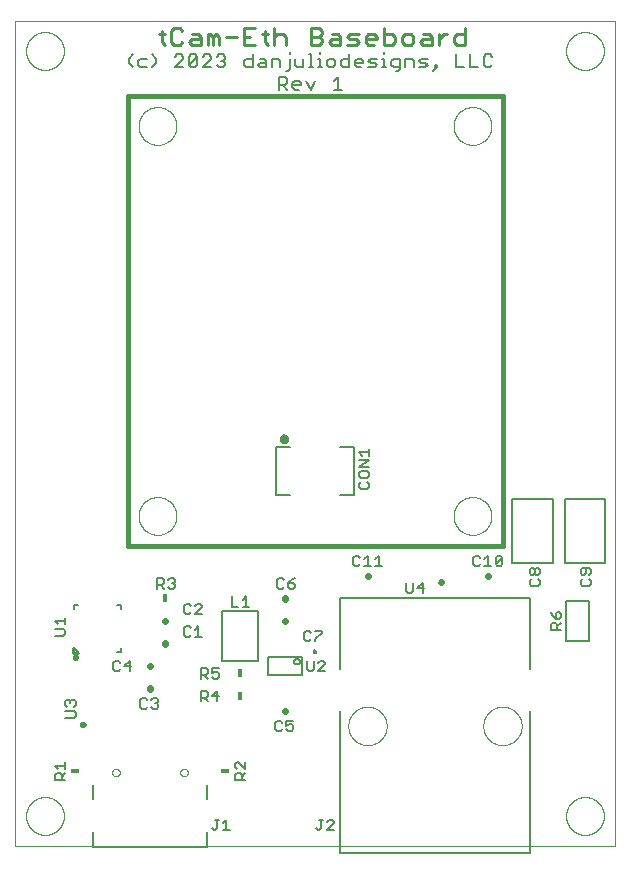
<source format=gto>
G75*
%MOIN*%
%OFA0B0*%
%FSLAX25Y25*%
%IPPOS*%
%LPD*%
%AMOC8*
5,1,8,0,0,1.08239X$1,22.5*
%
%ADD10C,0.00000*%
%ADD11C,0.01600*%
%ADD12C,0.01000*%
%ADD13C,0.00800*%
%ADD14C,0.02200*%
%ADD15C,0.00600*%
%ADD16C,0.00500*%
%ADD17C,0.00806*%
%ADD18C,0.00787*%
%ADD19R,0.03000X0.01800*%
%ADD20R,0.01800X0.03000*%
%ADD21C,0.01200*%
D10*
X0001400Y0013000D02*
X0001400Y0288000D01*
X0201400Y0288000D01*
X0201400Y0013000D01*
X0001400Y0013000D01*
X0005101Y0023000D02*
X0005103Y0023158D01*
X0005109Y0023316D01*
X0005119Y0023474D01*
X0005133Y0023632D01*
X0005151Y0023789D01*
X0005172Y0023946D01*
X0005198Y0024102D01*
X0005228Y0024258D01*
X0005261Y0024413D01*
X0005299Y0024566D01*
X0005340Y0024719D01*
X0005385Y0024871D01*
X0005434Y0025022D01*
X0005487Y0025171D01*
X0005543Y0025319D01*
X0005603Y0025465D01*
X0005667Y0025610D01*
X0005735Y0025753D01*
X0005806Y0025895D01*
X0005880Y0026035D01*
X0005958Y0026172D01*
X0006040Y0026308D01*
X0006124Y0026442D01*
X0006213Y0026573D01*
X0006304Y0026702D01*
X0006399Y0026829D01*
X0006496Y0026954D01*
X0006597Y0027076D01*
X0006701Y0027195D01*
X0006808Y0027312D01*
X0006918Y0027426D01*
X0007031Y0027537D01*
X0007146Y0027646D01*
X0007264Y0027751D01*
X0007385Y0027853D01*
X0007508Y0027953D01*
X0007634Y0028049D01*
X0007762Y0028142D01*
X0007892Y0028232D01*
X0008025Y0028318D01*
X0008160Y0028402D01*
X0008296Y0028481D01*
X0008435Y0028558D01*
X0008576Y0028630D01*
X0008718Y0028700D01*
X0008862Y0028765D01*
X0009008Y0028827D01*
X0009155Y0028885D01*
X0009304Y0028940D01*
X0009454Y0028991D01*
X0009605Y0029038D01*
X0009757Y0029081D01*
X0009910Y0029120D01*
X0010065Y0029156D01*
X0010220Y0029187D01*
X0010376Y0029215D01*
X0010532Y0029239D01*
X0010689Y0029259D01*
X0010847Y0029275D01*
X0011004Y0029287D01*
X0011163Y0029295D01*
X0011321Y0029299D01*
X0011479Y0029299D01*
X0011637Y0029295D01*
X0011796Y0029287D01*
X0011953Y0029275D01*
X0012111Y0029259D01*
X0012268Y0029239D01*
X0012424Y0029215D01*
X0012580Y0029187D01*
X0012735Y0029156D01*
X0012890Y0029120D01*
X0013043Y0029081D01*
X0013195Y0029038D01*
X0013346Y0028991D01*
X0013496Y0028940D01*
X0013645Y0028885D01*
X0013792Y0028827D01*
X0013938Y0028765D01*
X0014082Y0028700D01*
X0014224Y0028630D01*
X0014365Y0028558D01*
X0014504Y0028481D01*
X0014640Y0028402D01*
X0014775Y0028318D01*
X0014908Y0028232D01*
X0015038Y0028142D01*
X0015166Y0028049D01*
X0015292Y0027953D01*
X0015415Y0027853D01*
X0015536Y0027751D01*
X0015654Y0027646D01*
X0015769Y0027537D01*
X0015882Y0027426D01*
X0015992Y0027312D01*
X0016099Y0027195D01*
X0016203Y0027076D01*
X0016304Y0026954D01*
X0016401Y0026829D01*
X0016496Y0026702D01*
X0016587Y0026573D01*
X0016676Y0026442D01*
X0016760Y0026308D01*
X0016842Y0026172D01*
X0016920Y0026035D01*
X0016994Y0025895D01*
X0017065Y0025753D01*
X0017133Y0025610D01*
X0017197Y0025465D01*
X0017257Y0025319D01*
X0017313Y0025171D01*
X0017366Y0025022D01*
X0017415Y0024871D01*
X0017460Y0024719D01*
X0017501Y0024566D01*
X0017539Y0024413D01*
X0017572Y0024258D01*
X0017602Y0024102D01*
X0017628Y0023946D01*
X0017649Y0023789D01*
X0017667Y0023632D01*
X0017681Y0023474D01*
X0017691Y0023316D01*
X0017697Y0023158D01*
X0017699Y0023000D01*
X0017697Y0022842D01*
X0017691Y0022684D01*
X0017681Y0022526D01*
X0017667Y0022368D01*
X0017649Y0022211D01*
X0017628Y0022054D01*
X0017602Y0021898D01*
X0017572Y0021742D01*
X0017539Y0021587D01*
X0017501Y0021434D01*
X0017460Y0021281D01*
X0017415Y0021129D01*
X0017366Y0020978D01*
X0017313Y0020829D01*
X0017257Y0020681D01*
X0017197Y0020535D01*
X0017133Y0020390D01*
X0017065Y0020247D01*
X0016994Y0020105D01*
X0016920Y0019965D01*
X0016842Y0019828D01*
X0016760Y0019692D01*
X0016676Y0019558D01*
X0016587Y0019427D01*
X0016496Y0019298D01*
X0016401Y0019171D01*
X0016304Y0019046D01*
X0016203Y0018924D01*
X0016099Y0018805D01*
X0015992Y0018688D01*
X0015882Y0018574D01*
X0015769Y0018463D01*
X0015654Y0018354D01*
X0015536Y0018249D01*
X0015415Y0018147D01*
X0015292Y0018047D01*
X0015166Y0017951D01*
X0015038Y0017858D01*
X0014908Y0017768D01*
X0014775Y0017682D01*
X0014640Y0017598D01*
X0014504Y0017519D01*
X0014365Y0017442D01*
X0014224Y0017370D01*
X0014082Y0017300D01*
X0013938Y0017235D01*
X0013792Y0017173D01*
X0013645Y0017115D01*
X0013496Y0017060D01*
X0013346Y0017009D01*
X0013195Y0016962D01*
X0013043Y0016919D01*
X0012890Y0016880D01*
X0012735Y0016844D01*
X0012580Y0016813D01*
X0012424Y0016785D01*
X0012268Y0016761D01*
X0012111Y0016741D01*
X0011953Y0016725D01*
X0011796Y0016713D01*
X0011637Y0016705D01*
X0011479Y0016701D01*
X0011321Y0016701D01*
X0011163Y0016705D01*
X0011004Y0016713D01*
X0010847Y0016725D01*
X0010689Y0016741D01*
X0010532Y0016761D01*
X0010376Y0016785D01*
X0010220Y0016813D01*
X0010065Y0016844D01*
X0009910Y0016880D01*
X0009757Y0016919D01*
X0009605Y0016962D01*
X0009454Y0017009D01*
X0009304Y0017060D01*
X0009155Y0017115D01*
X0009008Y0017173D01*
X0008862Y0017235D01*
X0008718Y0017300D01*
X0008576Y0017370D01*
X0008435Y0017442D01*
X0008296Y0017519D01*
X0008160Y0017598D01*
X0008025Y0017682D01*
X0007892Y0017768D01*
X0007762Y0017858D01*
X0007634Y0017951D01*
X0007508Y0018047D01*
X0007385Y0018147D01*
X0007264Y0018249D01*
X0007146Y0018354D01*
X0007031Y0018463D01*
X0006918Y0018574D01*
X0006808Y0018688D01*
X0006701Y0018805D01*
X0006597Y0018924D01*
X0006496Y0019046D01*
X0006399Y0019171D01*
X0006304Y0019298D01*
X0006213Y0019427D01*
X0006124Y0019558D01*
X0006040Y0019692D01*
X0005958Y0019828D01*
X0005880Y0019965D01*
X0005806Y0020105D01*
X0005735Y0020247D01*
X0005667Y0020390D01*
X0005603Y0020535D01*
X0005543Y0020681D01*
X0005487Y0020829D01*
X0005434Y0020978D01*
X0005385Y0021129D01*
X0005340Y0021281D01*
X0005299Y0021434D01*
X0005261Y0021587D01*
X0005228Y0021742D01*
X0005198Y0021898D01*
X0005172Y0022054D01*
X0005151Y0022211D01*
X0005133Y0022368D01*
X0005119Y0022526D01*
X0005109Y0022684D01*
X0005103Y0022842D01*
X0005101Y0023000D01*
X0033742Y0037488D02*
X0033744Y0037559D01*
X0033750Y0037630D01*
X0033760Y0037701D01*
X0033774Y0037770D01*
X0033791Y0037839D01*
X0033813Y0037907D01*
X0033838Y0037974D01*
X0033867Y0038039D01*
X0033899Y0038102D01*
X0033935Y0038164D01*
X0033974Y0038223D01*
X0034017Y0038280D01*
X0034062Y0038335D01*
X0034111Y0038387D01*
X0034162Y0038436D01*
X0034216Y0038482D01*
X0034273Y0038526D01*
X0034331Y0038566D01*
X0034392Y0038602D01*
X0034455Y0038636D01*
X0034520Y0038665D01*
X0034586Y0038691D01*
X0034654Y0038714D01*
X0034722Y0038732D01*
X0034792Y0038747D01*
X0034862Y0038758D01*
X0034933Y0038765D01*
X0035004Y0038768D01*
X0035075Y0038767D01*
X0035146Y0038762D01*
X0035217Y0038753D01*
X0035287Y0038740D01*
X0035356Y0038724D01*
X0035424Y0038703D01*
X0035491Y0038679D01*
X0035557Y0038651D01*
X0035620Y0038619D01*
X0035682Y0038584D01*
X0035742Y0038546D01*
X0035800Y0038504D01*
X0035855Y0038460D01*
X0035908Y0038412D01*
X0035958Y0038361D01*
X0036005Y0038308D01*
X0036049Y0038252D01*
X0036090Y0038194D01*
X0036128Y0038133D01*
X0036162Y0038071D01*
X0036192Y0038006D01*
X0036219Y0037941D01*
X0036243Y0037873D01*
X0036262Y0037805D01*
X0036278Y0037736D01*
X0036290Y0037665D01*
X0036298Y0037595D01*
X0036302Y0037524D01*
X0036302Y0037452D01*
X0036298Y0037381D01*
X0036290Y0037311D01*
X0036278Y0037240D01*
X0036262Y0037171D01*
X0036243Y0037103D01*
X0036219Y0037035D01*
X0036192Y0036970D01*
X0036162Y0036905D01*
X0036128Y0036843D01*
X0036090Y0036782D01*
X0036049Y0036724D01*
X0036005Y0036668D01*
X0035958Y0036615D01*
X0035908Y0036564D01*
X0035855Y0036516D01*
X0035800Y0036472D01*
X0035742Y0036430D01*
X0035682Y0036392D01*
X0035620Y0036357D01*
X0035557Y0036325D01*
X0035491Y0036297D01*
X0035424Y0036273D01*
X0035356Y0036252D01*
X0035287Y0036236D01*
X0035217Y0036223D01*
X0035146Y0036214D01*
X0035075Y0036209D01*
X0035004Y0036208D01*
X0034933Y0036211D01*
X0034862Y0036218D01*
X0034792Y0036229D01*
X0034722Y0036244D01*
X0034654Y0036262D01*
X0034586Y0036285D01*
X0034520Y0036311D01*
X0034455Y0036340D01*
X0034392Y0036374D01*
X0034331Y0036410D01*
X0034273Y0036450D01*
X0034216Y0036494D01*
X0034162Y0036540D01*
X0034111Y0036589D01*
X0034062Y0036641D01*
X0034017Y0036696D01*
X0033974Y0036753D01*
X0033935Y0036812D01*
X0033899Y0036874D01*
X0033867Y0036937D01*
X0033838Y0037002D01*
X0033813Y0037069D01*
X0033791Y0037137D01*
X0033774Y0037206D01*
X0033760Y0037275D01*
X0033750Y0037346D01*
X0033744Y0037417D01*
X0033742Y0037488D01*
X0056498Y0037488D02*
X0056500Y0037559D01*
X0056506Y0037630D01*
X0056516Y0037701D01*
X0056530Y0037770D01*
X0056547Y0037839D01*
X0056569Y0037907D01*
X0056594Y0037974D01*
X0056623Y0038039D01*
X0056655Y0038102D01*
X0056691Y0038164D01*
X0056730Y0038223D01*
X0056773Y0038280D01*
X0056818Y0038335D01*
X0056867Y0038387D01*
X0056918Y0038436D01*
X0056972Y0038482D01*
X0057029Y0038526D01*
X0057087Y0038566D01*
X0057148Y0038602D01*
X0057211Y0038636D01*
X0057276Y0038665D01*
X0057342Y0038691D01*
X0057410Y0038714D01*
X0057478Y0038732D01*
X0057548Y0038747D01*
X0057618Y0038758D01*
X0057689Y0038765D01*
X0057760Y0038768D01*
X0057831Y0038767D01*
X0057902Y0038762D01*
X0057973Y0038753D01*
X0058043Y0038740D01*
X0058112Y0038724D01*
X0058180Y0038703D01*
X0058247Y0038679D01*
X0058313Y0038651D01*
X0058376Y0038619D01*
X0058438Y0038584D01*
X0058498Y0038546D01*
X0058556Y0038504D01*
X0058611Y0038460D01*
X0058664Y0038412D01*
X0058714Y0038361D01*
X0058761Y0038308D01*
X0058805Y0038252D01*
X0058846Y0038194D01*
X0058884Y0038133D01*
X0058918Y0038071D01*
X0058948Y0038006D01*
X0058975Y0037941D01*
X0058999Y0037873D01*
X0059018Y0037805D01*
X0059034Y0037736D01*
X0059046Y0037665D01*
X0059054Y0037595D01*
X0059058Y0037524D01*
X0059058Y0037452D01*
X0059054Y0037381D01*
X0059046Y0037311D01*
X0059034Y0037240D01*
X0059018Y0037171D01*
X0058999Y0037103D01*
X0058975Y0037035D01*
X0058948Y0036970D01*
X0058918Y0036905D01*
X0058884Y0036843D01*
X0058846Y0036782D01*
X0058805Y0036724D01*
X0058761Y0036668D01*
X0058714Y0036615D01*
X0058664Y0036564D01*
X0058611Y0036516D01*
X0058556Y0036472D01*
X0058498Y0036430D01*
X0058438Y0036392D01*
X0058376Y0036357D01*
X0058313Y0036325D01*
X0058247Y0036297D01*
X0058180Y0036273D01*
X0058112Y0036252D01*
X0058043Y0036236D01*
X0057973Y0036223D01*
X0057902Y0036214D01*
X0057831Y0036209D01*
X0057760Y0036208D01*
X0057689Y0036211D01*
X0057618Y0036218D01*
X0057548Y0036229D01*
X0057478Y0036244D01*
X0057410Y0036262D01*
X0057342Y0036285D01*
X0057276Y0036311D01*
X0057211Y0036340D01*
X0057148Y0036374D01*
X0057087Y0036410D01*
X0057029Y0036450D01*
X0056972Y0036494D01*
X0056918Y0036540D01*
X0056867Y0036589D01*
X0056818Y0036641D01*
X0056773Y0036696D01*
X0056730Y0036753D01*
X0056691Y0036812D01*
X0056655Y0036874D01*
X0056623Y0036937D01*
X0056594Y0037002D01*
X0056569Y0037069D01*
X0056547Y0037137D01*
X0056530Y0037206D01*
X0056516Y0037275D01*
X0056506Y0037346D01*
X0056500Y0037417D01*
X0056498Y0037488D01*
X0112502Y0053000D02*
X0112504Y0053160D01*
X0112510Y0053319D01*
X0112520Y0053478D01*
X0112534Y0053637D01*
X0112552Y0053796D01*
X0112573Y0053954D01*
X0112599Y0054111D01*
X0112629Y0054268D01*
X0112662Y0054424D01*
X0112700Y0054579D01*
X0112741Y0054733D01*
X0112786Y0054886D01*
X0112835Y0055038D01*
X0112888Y0055188D01*
X0112944Y0055337D01*
X0113004Y0055485D01*
X0113068Y0055631D01*
X0113136Y0055776D01*
X0113207Y0055919D01*
X0113281Y0056060D01*
X0113359Y0056199D01*
X0113441Y0056336D01*
X0113526Y0056471D01*
X0113614Y0056604D01*
X0113705Y0056735D01*
X0113800Y0056863D01*
X0113898Y0056989D01*
X0113999Y0057113D01*
X0114103Y0057233D01*
X0114210Y0057352D01*
X0114320Y0057467D01*
X0114433Y0057580D01*
X0114548Y0057690D01*
X0114667Y0057797D01*
X0114787Y0057901D01*
X0114911Y0058002D01*
X0115037Y0058100D01*
X0115165Y0058195D01*
X0115296Y0058286D01*
X0115429Y0058374D01*
X0115564Y0058459D01*
X0115701Y0058541D01*
X0115840Y0058619D01*
X0115981Y0058693D01*
X0116124Y0058764D01*
X0116269Y0058832D01*
X0116415Y0058896D01*
X0116563Y0058956D01*
X0116712Y0059012D01*
X0116862Y0059065D01*
X0117014Y0059114D01*
X0117167Y0059159D01*
X0117321Y0059200D01*
X0117476Y0059238D01*
X0117632Y0059271D01*
X0117789Y0059301D01*
X0117946Y0059327D01*
X0118104Y0059348D01*
X0118263Y0059366D01*
X0118422Y0059380D01*
X0118581Y0059390D01*
X0118740Y0059396D01*
X0118900Y0059398D01*
X0119060Y0059396D01*
X0119219Y0059390D01*
X0119378Y0059380D01*
X0119537Y0059366D01*
X0119696Y0059348D01*
X0119854Y0059327D01*
X0120011Y0059301D01*
X0120168Y0059271D01*
X0120324Y0059238D01*
X0120479Y0059200D01*
X0120633Y0059159D01*
X0120786Y0059114D01*
X0120938Y0059065D01*
X0121088Y0059012D01*
X0121237Y0058956D01*
X0121385Y0058896D01*
X0121531Y0058832D01*
X0121676Y0058764D01*
X0121819Y0058693D01*
X0121960Y0058619D01*
X0122099Y0058541D01*
X0122236Y0058459D01*
X0122371Y0058374D01*
X0122504Y0058286D01*
X0122635Y0058195D01*
X0122763Y0058100D01*
X0122889Y0058002D01*
X0123013Y0057901D01*
X0123133Y0057797D01*
X0123252Y0057690D01*
X0123367Y0057580D01*
X0123480Y0057467D01*
X0123590Y0057352D01*
X0123697Y0057233D01*
X0123801Y0057113D01*
X0123902Y0056989D01*
X0124000Y0056863D01*
X0124095Y0056735D01*
X0124186Y0056604D01*
X0124274Y0056471D01*
X0124359Y0056336D01*
X0124441Y0056199D01*
X0124519Y0056060D01*
X0124593Y0055919D01*
X0124664Y0055776D01*
X0124732Y0055631D01*
X0124796Y0055485D01*
X0124856Y0055337D01*
X0124912Y0055188D01*
X0124965Y0055038D01*
X0125014Y0054886D01*
X0125059Y0054733D01*
X0125100Y0054579D01*
X0125138Y0054424D01*
X0125171Y0054268D01*
X0125201Y0054111D01*
X0125227Y0053954D01*
X0125248Y0053796D01*
X0125266Y0053637D01*
X0125280Y0053478D01*
X0125290Y0053319D01*
X0125296Y0053160D01*
X0125298Y0053000D01*
X0125296Y0052840D01*
X0125290Y0052681D01*
X0125280Y0052522D01*
X0125266Y0052363D01*
X0125248Y0052204D01*
X0125227Y0052046D01*
X0125201Y0051889D01*
X0125171Y0051732D01*
X0125138Y0051576D01*
X0125100Y0051421D01*
X0125059Y0051267D01*
X0125014Y0051114D01*
X0124965Y0050962D01*
X0124912Y0050812D01*
X0124856Y0050663D01*
X0124796Y0050515D01*
X0124732Y0050369D01*
X0124664Y0050224D01*
X0124593Y0050081D01*
X0124519Y0049940D01*
X0124441Y0049801D01*
X0124359Y0049664D01*
X0124274Y0049529D01*
X0124186Y0049396D01*
X0124095Y0049265D01*
X0124000Y0049137D01*
X0123902Y0049011D01*
X0123801Y0048887D01*
X0123697Y0048767D01*
X0123590Y0048648D01*
X0123480Y0048533D01*
X0123367Y0048420D01*
X0123252Y0048310D01*
X0123133Y0048203D01*
X0123013Y0048099D01*
X0122889Y0047998D01*
X0122763Y0047900D01*
X0122635Y0047805D01*
X0122504Y0047714D01*
X0122371Y0047626D01*
X0122236Y0047541D01*
X0122099Y0047459D01*
X0121960Y0047381D01*
X0121819Y0047307D01*
X0121676Y0047236D01*
X0121531Y0047168D01*
X0121385Y0047104D01*
X0121237Y0047044D01*
X0121088Y0046988D01*
X0120938Y0046935D01*
X0120786Y0046886D01*
X0120633Y0046841D01*
X0120479Y0046800D01*
X0120324Y0046762D01*
X0120168Y0046729D01*
X0120011Y0046699D01*
X0119854Y0046673D01*
X0119696Y0046652D01*
X0119537Y0046634D01*
X0119378Y0046620D01*
X0119219Y0046610D01*
X0119060Y0046604D01*
X0118900Y0046602D01*
X0118740Y0046604D01*
X0118581Y0046610D01*
X0118422Y0046620D01*
X0118263Y0046634D01*
X0118104Y0046652D01*
X0117946Y0046673D01*
X0117789Y0046699D01*
X0117632Y0046729D01*
X0117476Y0046762D01*
X0117321Y0046800D01*
X0117167Y0046841D01*
X0117014Y0046886D01*
X0116862Y0046935D01*
X0116712Y0046988D01*
X0116563Y0047044D01*
X0116415Y0047104D01*
X0116269Y0047168D01*
X0116124Y0047236D01*
X0115981Y0047307D01*
X0115840Y0047381D01*
X0115701Y0047459D01*
X0115564Y0047541D01*
X0115429Y0047626D01*
X0115296Y0047714D01*
X0115165Y0047805D01*
X0115037Y0047900D01*
X0114911Y0047998D01*
X0114787Y0048099D01*
X0114667Y0048203D01*
X0114548Y0048310D01*
X0114433Y0048420D01*
X0114320Y0048533D01*
X0114210Y0048648D01*
X0114103Y0048767D01*
X0113999Y0048887D01*
X0113898Y0049011D01*
X0113800Y0049137D01*
X0113705Y0049265D01*
X0113614Y0049396D01*
X0113526Y0049529D01*
X0113441Y0049664D01*
X0113359Y0049801D01*
X0113281Y0049940D01*
X0113207Y0050081D01*
X0113136Y0050224D01*
X0113068Y0050369D01*
X0113004Y0050515D01*
X0112944Y0050663D01*
X0112888Y0050812D01*
X0112835Y0050962D01*
X0112786Y0051114D01*
X0112741Y0051267D01*
X0112700Y0051421D01*
X0112662Y0051576D01*
X0112629Y0051732D01*
X0112599Y0051889D01*
X0112573Y0052046D01*
X0112552Y0052204D01*
X0112534Y0052363D01*
X0112520Y0052522D01*
X0112510Y0052681D01*
X0112504Y0052840D01*
X0112502Y0053000D01*
X0147601Y0123000D02*
X0147603Y0123158D01*
X0147609Y0123316D01*
X0147619Y0123474D01*
X0147633Y0123632D01*
X0147651Y0123789D01*
X0147672Y0123946D01*
X0147698Y0124102D01*
X0147728Y0124258D01*
X0147761Y0124413D01*
X0147799Y0124566D01*
X0147840Y0124719D01*
X0147885Y0124871D01*
X0147934Y0125022D01*
X0147987Y0125171D01*
X0148043Y0125319D01*
X0148103Y0125465D01*
X0148167Y0125610D01*
X0148235Y0125753D01*
X0148306Y0125895D01*
X0148380Y0126035D01*
X0148458Y0126172D01*
X0148540Y0126308D01*
X0148624Y0126442D01*
X0148713Y0126573D01*
X0148804Y0126702D01*
X0148899Y0126829D01*
X0148996Y0126954D01*
X0149097Y0127076D01*
X0149201Y0127195D01*
X0149308Y0127312D01*
X0149418Y0127426D01*
X0149531Y0127537D01*
X0149646Y0127646D01*
X0149764Y0127751D01*
X0149885Y0127853D01*
X0150008Y0127953D01*
X0150134Y0128049D01*
X0150262Y0128142D01*
X0150392Y0128232D01*
X0150525Y0128318D01*
X0150660Y0128402D01*
X0150796Y0128481D01*
X0150935Y0128558D01*
X0151076Y0128630D01*
X0151218Y0128700D01*
X0151362Y0128765D01*
X0151508Y0128827D01*
X0151655Y0128885D01*
X0151804Y0128940D01*
X0151954Y0128991D01*
X0152105Y0129038D01*
X0152257Y0129081D01*
X0152410Y0129120D01*
X0152565Y0129156D01*
X0152720Y0129187D01*
X0152876Y0129215D01*
X0153032Y0129239D01*
X0153189Y0129259D01*
X0153347Y0129275D01*
X0153504Y0129287D01*
X0153663Y0129295D01*
X0153821Y0129299D01*
X0153979Y0129299D01*
X0154137Y0129295D01*
X0154296Y0129287D01*
X0154453Y0129275D01*
X0154611Y0129259D01*
X0154768Y0129239D01*
X0154924Y0129215D01*
X0155080Y0129187D01*
X0155235Y0129156D01*
X0155390Y0129120D01*
X0155543Y0129081D01*
X0155695Y0129038D01*
X0155846Y0128991D01*
X0155996Y0128940D01*
X0156145Y0128885D01*
X0156292Y0128827D01*
X0156438Y0128765D01*
X0156582Y0128700D01*
X0156724Y0128630D01*
X0156865Y0128558D01*
X0157004Y0128481D01*
X0157140Y0128402D01*
X0157275Y0128318D01*
X0157408Y0128232D01*
X0157538Y0128142D01*
X0157666Y0128049D01*
X0157792Y0127953D01*
X0157915Y0127853D01*
X0158036Y0127751D01*
X0158154Y0127646D01*
X0158269Y0127537D01*
X0158382Y0127426D01*
X0158492Y0127312D01*
X0158599Y0127195D01*
X0158703Y0127076D01*
X0158804Y0126954D01*
X0158901Y0126829D01*
X0158996Y0126702D01*
X0159087Y0126573D01*
X0159176Y0126442D01*
X0159260Y0126308D01*
X0159342Y0126172D01*
X0159420Y0126035D01*
X0159494Y0125895D01*
X0159565Y0125753D01*
X0159633Y0125610D01*
X0159697Y0125465D01*
X0159757Y0125319D01*
X0159813Y0125171D01*
X0159866Y0125022D01*
X0159915Y0124871D01*
X0159960Y0124719D01*
X0160001Y0124566D01*
X0160039Y0124413D01*
X0160072Y0124258D01*
X0160102Y0124102D01*
X0160128Y0123946D01*
X0160149Y0123789D01*
X0160167Y0123632D01*
X0160181Y0123474D01*
X0160191Y0123316D01*
X0160197Y0123158D01*
X0160199Y0123000D01*
X0160197Y0122842D01*
X0160191Y0122684D01*
X0160181Y0122526D01*
X0160167Y0122368D01*
X0160149Y0122211D01*
X0160128Y0122054D01*
X0160102Y0121898D01*
X0160072Y0121742D01*
X0160039Y0121587D01*
X0160001Y0121434D01*
X0159960Y0121281D01*
X0159915Y0121129D01*
X0159866Y0120978D01*
X0159813Y0120829D01*
X0159757Y0120681D01*
X0159697Y0120535D01*
X0159633Y0120390D01*
X0159565Y0120247D01*
X0159494Y0120105D01*
X0159420Y0119965D01*
X0159342Y0119828D01*
X0159260Y0119692D01*
X0159176Y0119558D01*
X0159087Y0119427D01*
X0158996Y0119298D01*
X0158901Y0119171D01*
X0158804Y0119046D01*
X0158703Y0118924D01*
X0158599Y0118805D01*
X0158492Y0118688D01*
X0158382Y0118574D01*
X0158269Y0118463D01*
X0158154Y0118354D01*
X0158036Y0118249D01*
X0157915Y0118147D01*
X0157792Y0118047D01*
X0157666Y0117951D01*
X0157538Y0117858D01*
X0157408Y0117768D01*
X0157275Y0117682D01*
X0157140Y0117598D01*
X0157004Y0117519D01*
X0156865Y0117442D01*
X0156724Y0117370D01*
X0156582Y0117300D01*
X0156438Y0117235D01*
X0156292Y0117173D01*
X0156145Y0117115D01*
X0155996Y0117060D01*
X0155846Y0117009D01*
X0155695Y0116962D01*
X0155543Y0116919D01*
X0155390Y0116880D01*
X0155235Y0116844D01*
X0155080Y0116813D01*
X0154924Y0116785D01*
X0154768Y0116761D01*
X0154611Y0116741D01*
X0154453Y0116725D01*
X0154296Y0116713D01*
X0154137Y0116705D01*
X0153979Y0116701D01*
X0153821Y0116701D01*
X0153663Y0116705D01*
X0153504Y0116713D01*
X0153347Y0116725D01*
X0153189Y0116741D01*
X0153032Y0116761D01*
X0152876Y0116785D01*
X0152720Y0116813D01*
X0152565Y0116844D01*
X0152410Y0116880D01*
X0152257Y0116919D01*
X0152105Y0116962D01*
X0151954Y0117009D01*
X0151804Y0117060D01*
X0151655Y0117115D01*
X0151508Y0117173D01*
X0151362Y0117235D01*
X0151218Y0117300D01*
X0151076Y0117370D01*
X0150935Y0117442D01*
X0150796Y0117519D01*
X0150660Y0117598D01*
X0150525Y0117682D01*
X0150392Y0117768D01*
X0150262Y0117858D01*
X0150134Y0117951D01*
X0150008Y0118047D01*
X0149885Y0118147D01*
X0149764Y0118249D01*
X0149646Y0118354D01*
X0149531Y0118463D01*
X0149418Y0118574D01*
X0149308Y0118688D01*
X0149201Y0118805D01*
X0149097Y0118924D01*
X0148996Y0119046D01*
X0148899Y0119171D01*
X0148804Y0119298D01*
X0148713Y0119427D01*
X0148624Y0119558D01*
X0148540Y0119692D01*
X0148458Y0119828D01*
X0148380Y0119965D01*
X0148306Y0120105D01*
X0148235Y0120247D01*
X0148167Y0120390D01*
X0148103Y0120535D01*
X0148043Y0120681D01*
X0147987Y0120829D01*
X0147934Y0120978D01*
X0147885Y0121129D01*
X0147840Y0121281D01*
X0147799Y0121434D01*
X0147761Y0121587D01*
X0147728Y0121742D01*
X0147698Y0121898D01*
X0147672Y0122054D01*
X0147651Y0122211D01*
X0147633Y0122368D01*
X0147619Y0122526D01*
X0147609Y0122684D01*
X0147603Y0122842D01*
X0147601Y0123000D01*
X0157502Y0053000D02*
X0157504Y0053160D01*
X0157510Y0053319D01*
X0157520Y0053478D01*
X0157534Y0053637D01*
X0157552Y0053796D01*
X0157573Y0053954D01*
X0157599Y0054111D01*
X0157629Y0054268D01*
X0157662Y0054424D01*
X0157700Y0054579D01*
X0157741Y0054733D01*
X0157786Y0054886D01*
X0157835Y0055038D01*
X0157888Y0055188D01*
X0157944Y0055337D01*
X0158004Y0055485D01*
X0158068Y0055631D01*
X0158136Y0055776D01*
X0158207Y0055919D01*
X0158281Y0056060D01*
X0158359Y0056199D01*
X0158441Y0056336D01*
X0158526Y0056471D01*
X0158614Y0056604D01*
X0158705Y0056735D01*
X0158800Y0056863D01*
X0158898Y0056989D01*
X0158999Y0057113D01*
X0159103Y0057233D01*
X0159210Y0057352D01*
X0159320Y0057467D01*
X0159433Y0057580D01*
X0159548Y0057690D01*
X0159667Y0057797D01*
X0159787Y0057901D01*
X0159911Y0058002D01*
X0160037Y0058100D01*
X0160165Y0058195D01*
X0160296Y0058286D01*
X0160429Y0058374D01*
X0160564Y0058459D01*
X0160701Y0058541D01*
X0160840Y0058619D01*
X0160981Y0058693D01*
X0161124Y0058764D01*
X0161269Y0058832D01*
X0161415Y0058896D01*
X0161563Y0058956D01*
X0161712Y0059012D01*
X0161862Y0059065D01*
X0162014Y0059114D01*
X0162167Y0059159D01*
X0162321Y0059200D01*
X0162476Y0059238D01*
X0162632Y0059271D01*
X0162789Y0059301D01*
X0162946Y0059327D01*
X0163104Y0059348D01*
X0163263Y0059366D01*
X0163422Y0059380D01*
X0163581Y0059390D01*
X0163740Y0059396D01*
X0163900Y0059398D01*
X0164060Y0059396D01*
X0164219Y0059390D01*
X0164378Y0059380D01*
X0164537Y0059366D01*
X0164696Y0059348D01*
X0164854Y0059327D01*
X0165011Y0059301D01*
X0165168Y0059271D01*
X0165324Y0059238D01*
X0165479Y0059200D01*
X0165633Y0059159D01*
X0165786Y0059114D01*
X0165938Y0059065D01*
X0166088Y0059012D01*
X0166237Y0058956D01*
X0166385Y0058896D01*
X0166531Y0058832D01*
X0166676Y0058764D01*
X0166819Y0058693D01*
X0166960Y0058619D01*
X0167099Y0058541D01*
X0167236Y0058459D01*
X0167371Y0058374D01*
X0167504Y0058286D01*
X0167635Y0058195D01*
X0167763Y0058100D01*
X0167889Y0058002D01*
X0168013Y0057901D01*
X0168133Y0057797D01*
X0168252Y0057690D01*
X0168367Y0057580D01*
X0168480Y0057467D01*
X0168590Y0057352D01*
X0168697Y0057233D01*
X0168801Y0057113D01*
X0168902Y0056989D01*
X0169000Y0056863D01*
X0169095Y0056735D01*
X0169186Y0056604D01*
X0169274Y0056471D01*
X0169359Y0056336D01*
X0169441Y0056199D01*
X0169519Y0056060D01*
X0169593Y0055919D01*
X0169664Y0055776D01*
X0169732Y0055631D01*
X0169796Y0055485D01*
X0169856Y0055337D01*
X0169912Y0055188D01*
X0169965Y0055038D01*
X0170014Y0054886D01*
X0170059Y0054733D01*
X0170100Y0054579D01*
X0170138Y0054424D01*
X0170171Y0054268D01*
X0170201Y0054111D01*
X0170227Y0053954D01*
X0170248Y0053796D01*
X0170266Y0053637D01*
X0170280Y0053478D01*
X0170290Y0053319D01*
X0170296Y0053160D01*
X0170298Y0053000D01*
X0170296Y0052840D01*
X0170290Y0052681D01*
X0170280Y0052522D01*
X0170266Y0052363D01*
X0170248Y0052204D01*
X0170227Y0052046D01*
X0170201Y0051889D01*
X0170171Y0051732D01*
X0170138Y0051576D01*
X0170100Y0051421D01*
X0170059Y0051267D01*
X0170014Y0051114D01*
X0169965Y0050962D01*
X0169912Y0050812D01*
X0169856Y0050663D01*
X0169796Y0050515D01*
X0169732Y0050369D01*
X0169664Y0050224D01*
X0169593Y0050081D01*
X0169519Y0049940D01*
X0169441Y0049801D01*
X0169359Y0049664D01*
X0169274Y0049529D01*
X0169186Y0049396D01*
X0169095Y0049265D01*
X0169000Y0049137D01*
X0168902Y0049011D01*
X0168801Y0048887D01*
X0168697Y0048767D01*
X0168590Y0048648D01*
X0168480Y0048533D01*
X0168367Y0048420D01*
X0168252Y0048310D01*
X0168133Y0048203D01*
X0168013Y0048099D01*
X0167889Y0047998D01*
X0167763Y0047900D01*
X0167635Y0047805D01*
X0167504Y0047714D01*
X0167371Y0047626D01*
X0167236Y0047541D01*
X0167099Y0047459D01*
X0166960Y0047381D01*
X0166819Y0047307D01*
X0166676Y0047236D01*
X0166531Y0047168D01*
X0166385Y0047104D01*
X0166237Y0047044D01*
X0166088Y0046988D01*
X0165938Y0046935D01*
X0165786Y0046886D01*
X0165633Y0046841D01*
X0165479Y0046800D01*
X0165324Y0046762D01*
X0165168Y0046729D01*
X0165011Y0046699D01*
X0164854Y0046673D01*
X0164696Y0046652D01*
X0164537Y0046634D01*
X0164378Y0046620D01*
X0164219Y0046610D01*
X0164060Y0046604D01*
X0163900Y0046602D01*
X0163740Y0046604D01*
X0163581Y0046610D01*
X0163422Y0046620D01*
X0163263Y0046634D01*
X0163104Y0046652D01*
X0162946Y0046673D01*
X0162789Y0046699D01*
X0162632Y0046729D01*
X0162476Y0046762D01*
X0162321Y0046800D01*
X0162167Y0046841D01*
X0162014Y0046886D01*
X0161862Y0046935D01*
X0161712Y0046988D01*
X0161563Y0047044D01*
X0161415Y0047104D01*
X0161269Y0047168D01*
X0161124Y0047236D01*
X0160981Y0047307D01*
X0160840Y0047381D01*
X0160701Y0047459D01*
X0160564Y0047541D01*
X0160429Y0047626D01*
X0160296Y0047714D01*
X0160165Y0047805D01*
X0160037Y0047900D01*
X0159911Y0047998D01*
X0159787Y0048099D01*
X0159667Y0048203D01*
X0159548Y0048310D01*
X0159433Y0048420D01*
X0159320Y0048533D01*
X0159210Y0048648D01*
X0159103Y0048767D01*
X0158999Y0048887D01*
X0158898Y0049011D01*
X0158800Y0049137D01*
X0158705Y0049265D01*
X0158614Y0049396D01*
X0158526Y0049529D01*
X0158441Y0049664D01*
X0158359Y0049801D01*
X0158281Y0049940D01*
X0158207Y0050081D01*
X0158136Y0050224D01*
X0158068Y0050369D01*
X0158004Y0050515D01*
X0157944Y0050663D01*
X0157888Y0050812D01*
X0157835Y0050962D01*
X0157786Y0051114D01*
X0157741Y0051267D01*
X0157700Y0051421D01*
X0157662Y0051576D01*
X0157629Y0051732D01*
X0157599Y0051889D01*
X0157573Y0052046D01*
X0157552Y0052204D01*
X0157534Y0052363D01*
X0157520Y0052522D01*
X0157510Y0052681D01*
X0157504Y0052840D01*
X0157502Y0053000D01*
X0185101Y0023000D02*
X0185103Y0023158D01*
X0185109Y0023316D01*
X0185119Y0023474D01*
X0185133Y0023632D01*
X0185151Y0023789D01*
X0185172Y0023946D01*
X0185198Y0024102D01*
X0185228Y0024258D01*
X0185261Y0024413D01*
X0185299Y0024566D01*
X0185340Y0024719D01*
X0185385Y0024871D01*
X0185434Y0025022D01*
X0185487Y0025171D01*
X0185543Y0025319D01*
X0185603Y0025465D01*
X0185667Y0025610D01*
X0185735Y0025753D01*
X0185806Y0025895D01*
X0185880Y0026035D01*
X0185958Y0026172D01*
X0186040Y0026308D01*
X0186124Y0026442D01*
X0186213Y0026573D01*
X0186304Y0026702D01*
X0186399Y0026829D01*
X0186496Y0026954D01*
X0186597Y0027076D01*
X0186701Y0027195D01*
X0186808Y0027312D01*
X0186918Y0027426D01*
X0187031Y0027537D01*
X0187146Y0027646D01*
X0187264Y0027751D01*
X0187385Y0027853D01*
X0187508Y0027953D01*
X0187634Y0028049D01*
X0187762Y0028142D01*
X0187892Y0028232D01*
X0188025Y0028318D01*
X0188160Y0028402D01*
X0188296Y0028481D01*
X0188435Y0028558D01*
X0188576Y0028630D01*
X0188718Y0028700D01*
X0188862Y0028765D01*
X0189008Y0028827D01*
X0189155Y0028885D01*
X0189304Y0028940D01*
X0189454Y0028991D01*
X0189605Y0029038D01*
X0189757Y0029081D01*
X0189910Y0029120D01*
X0190065Y0029156D01*
X0190220Y0029187D01*
X0190376Y0029215D01*
X0190532Y0029239D01*
X0190689Y0029259D01*
X0190847Y0029275D01*
X0191004Y0029287D01*
X0191163Y0029295D01*
X0191321Y0029299D01*
X0191479Y0029299D01*
X0191637Y0029295D01*
X0191796Y0029287D01*
X0191953Y0029275D01*
X0192111Y0029259D01*
X0192268Y0029239D01*
X0192424Y0029215D01*
X0192580Y0029187D01*
X0192735Y0029156D01*
X0192890Y0029120D01*
X0193043Y0029081D01*
X0193195Y0029038D01*
X0193346Y0028991D01*
X0193496Y0028940D01*
X0193645Y0028885D01*
X0193792Y0028827D01*
X0193938Y0028765D01*
X0194082Y0028700D01*
X0194224Y0028630D01*
X0194365Y0028558D01*
X0194504Y0028481D01*
X0194640Y0028402D01*
X0194775Y0028318D01*
X0194908Y0028232D01*
X0195038Y0028142D01*
X0195166Y0028049D01*
X0195292Y0027953D01*
X0195415Y0027853D01*
X0195536Y0027751D01*
X0195654Y0027646D01*
X0195769Y0027537D01*
X0195882Y0027426D01*
X0195992Y0027312D01*
X0196099Y0027195D01*
X0196203Y0027076D01*
X0196304Y0026954D01*
X0196401Y0026829D01*
X0196496Y0026702D01*
X0196587Y0026573D01*
X0196676Y0026442D01*
X0196760Y0026308D01*
X0196842Y0026172D01*
X0196920Y0026035D01*
X0196994Y0025895D01*
X0197065Y0025753D01*
X0197133Y0025610D01*
X0197197Y0025465D01*
X0197257Y0025319D01*
X0197313Y0025171D01*
X0197366Y0025022D01*
X0197415Y0024871D01*
X0197460Y0024719D01*
X0197501Y0024566D01*
X0197539Y0024413D01*
X0197572Y0024258D01*
X0197602Y0024102D01*
X0197628Y0023946D01*
X0197649Y0023789D01*
X0197667Y0023632D01*
X0197681Y0023474D01*
X0197691Y0023316D01*
X0197697Y0023158D01*
X0197699Y0023000D01*
X0197697Y0022842D01*
X0197691Y0022684D01*
X0197681Y0022526D01*
X0197667Y0022368D01*
X0197649Y0022211D01*
X0197628Y0022054D01*
X0197602Y0021898D01*
X0197572Y0021742D01*
X0197539Y0021587D01*
X0197501Y0021434D01*
X0197460Y0021281D01*
X0197415Y0021129D01*
X0197366Y0020978D01*
X0197313Y0020829D01*
X0197257Y0020681D01*
X0197197Y0020535D01*
X0197133Y0020390D01*
X0197065Y0020247D01*
X0196994Y0020105D01*
X0196920Y0019965D01*
X0196842Y0019828D01*
X0196760Y0019692D01*
X0196676Y0019558D01*
X0196587Y0019427D01*
X0196496Y0019298D01*
X0196401Y0019171D01*
X0196304Y0019046D01*
X0196203Y0018924D01*
X0196099Y0018805D01*
X0195992Y0018688D01*
X0195882Y0018574D01*
X0195769Y0018463D01*
X0195654Y0018354D01*
X0195536Y0018249D01*
X0195415Y0018147D01*
X0195292Y0018047D01*
X0195166Y0017951D01*
X0195038Y0017858D01*
X0194908Y0017768D01*
X0194775Y0017682D01*
X0194640Y0017598D01*
X0194504Y0017519D01*
X0194365Y0017442D01*
X0194224Y0017370D01*
X0194082Y0017300D01*
X0193938Y0017235D01*
X0193792Y0017173D01*
X0193645Y0017115D01*
X0193496Y0017060D01*
X0193346Y0017009D01*
X0193195Y0016962D01*
X0193043Y0016919D01*
X0192890Y0016880D01*
X0192735Y0016844D01*
X0192580Y0016813D01*
X0192424Y0016785D01*
X0192268Y0016761D01*
X0192111Y0016741D01*
X0191953Y0016725D01*
X0191796Y0016713D01*
X0191637Y0016705D01*
X0191479Y0016701D01*
X0191321Y0016701D01*
X0191163Y0016705D01*
X0191004Y0016713D01*
X0190847Y0016725D01*
X0190689Y0016741D01*
X0190532Y0016761D01*
X0190376Y0016785D01*
X0190220Y0016813D01*
X0190065Y0016844D01*
X0189910Y0016880D01*
X0189757Y0016919D01*
X0189605Y0016962D01*
X0189454Y0017009D01*
X0189304Y0017060D01*
X0189155Y0017115D01*
X0189008Y0017173D01*
X0188862Y0017235D01*
X0188718Y0017300D01*
X0188576Y0017370D01*
X0188435Y0017442D01*
X0188296Y0017519D01*
X0188160Y0017598D01*
X0188025Y0017682D01*
X0187892Y0017768D01*
X0187762Y0017858D01*
X0187634Y0017951D01*
X0187508Y0018047D01*
X0187385Y0018147D01*
X0187264Y0018249D01*
X0187146Y0018354D01*
X0187031Y0018463D01*
X0186918Y0018574D01*
X0186808Y0018688D01*
X0186701Y0018805D01*
X0186597Y0018924D01*
X0186496Y0019046D01*
X0186399Y0019171D01*
X0186304Y0019298D01*
X0186213Y0019427D01*
X0186124Y0019558D01*
X0186040Y0019692D01*
X0185958Y0019828D01*
X0185880Y0019965D01*
X0185806Y0020105D01*
X0185735Y0020247D01*
X0185667Y0020390D01*
X0185603Y0020535D01*
X0185543Y0020681D01*
X0185487Y0020829D01*
X0185434Y0020978D01*
X0185385Y0021129D01*
X0185340Y0021281D01*
X0185299Y0021434D01*
X0185261Y0021587D01*
X0185228Y0021742D01*
X0185198Y0021898D01*
X0185172Y0022054D01*
X0185151Y0022211D01*
X0185133Y0022368D01*
X0185119Y0022526D01*
X0185109Y0022684D01*
X0185103Y0022842D01*
X0185101Y0023000D01*
X0042601Y0123000D02*
X0042603Y0123158D01*
X0042609Y0123316D01*
X0042619Y0123474D01*
X0042633Y0123632D01*
X0042651Y0123789D01*
X0042672Y0123946D01*
X0042698Y0124102D01*
X0042728Y0124258D01*
X0042761Y0124413D01*
X0042799Y0124566D01*
X0042840Y0124719D01*
X0042885Y0124871D01*
X0042934Y0125022D01*
X0042987Y0125171D01*
X0043043Y0125319D01*
X0043103Y0125465D01*
X0043167Y0125610D01*
X0043235Y0125753D01*
X0043306Y0125895D01*
X0043380Y0126035D01*
X0043458Y0126172D01*
X0043540Y0126308D01*
X0043624Y0126442D01*
X0043713Y0126573D01*
X0043804Y0126702D01*
X0043899Y0126829D01*
X0043996Y0126954D01*
X0044097Y0127076D01*
X0044201Y0127195D01*
X0044308Y0127312D01*
X0044418Y0127426D01*
X0044531Y0127537D01*
X0044646Y0127646D01*
X0044764Y0127751D01*
X0044885Y0127853D01*
X0045008Y0127953D01*
X0045134Y0128049D01*
X0045262Y0128142D01*
X0045392Y0128232D01*
X0045525Y0128318D01*
X0045660Y0128402D01*
X0045796Y0128481D01*
X0045935Y0128558D01*
X0046076Y0128630D01*
X0046218Y0128700D01*
X0046362Y0128765D01*
X0046508Y0128827D01*
X0046655Y0128885D01*
X0046804Y0128940D01*
X0046954Y0128991D01*
X0047105Y0129038D01*
X0047257Y0129081D01*
X0047410Y0129120D01*
X0047565Y0129156D01*
X0047720Y0129187D01*
X0047876Y0129215D01*
X0048032Y0129239D01*
X0048189Y0129259D01*
X0048347Y0129275D01*
X0048504Y0129287D01*
X0048663Y0129295D01*
X0048821Y0129299D01*
X0048979Y0129299D01*
X0049137Y0129295D01*
X0049296Y0129287D01*
X0049453Y0129275D01*
X0049611Y0129259D01*
X0049768Y0129239D01*
X0049924Y0129215D01*
X0050080Y0129187D01*
X0050235Y0129156D01*
X0050390Y0129120D01*
X0050543Y0129081D01*
X0050695Y0129038D01*
X0050846Y0128991D01*
X0050996Y0128940D01*
X0051145Y0128885D01*
X0051292Y0128827D01*
X0051438Y0128765D01*
X0051582Y0128700D01*
X0051724Y0128630D01*
X0051865Y0128558D01*
X0052004Y0128481D01*
X0052140Y0128402D01*
X0052275Y0128318D01*
X0052408Y0128232D01*
X0052538Y0128142D01*
X0052666Y0128049D01*
X0052792Y0127953D01*
X0052915Y0127853D01*
X0053036Y0127751D01*
X0053154Y0127646D01*
X0053269Y0127537D01*
X0053382Y0127426D01*
X0053492Y0127312D01*
X0053599Y0127195D01*
X0053703Y0127076D01*
X0053804Y0126954D01*
X0053901Y0126829D01*
X0053996Y0126702D01*
X0054087Y0126573D01*
X0054176Y0126442D01*
X0054260Y0126308D01*
X0054342Y0126172D01*
X0054420Y0126035D01*
X0054494Y0125895D01*
X0054565Y0125753D01*
X0054633Y0125610D01*
X0054697Y0125465D01*
X0054757Y0125319D01*
X0054813Y0125171D01*
X0054866Y0125022D01*
X0054915Y0124871D01*
X0054960Y0124719D01*
X0055001Y0124566D01*
X0055039Y0124413D01*
X0055072Y0124258D01*
X0055102Y0124102D01*
X0055128Y0123946D01*
X0055149Y0123789D01*
X0055167Y0123632D01*
X0055181Y0123474D01*
X0055191Y0123316D01*
X0055197Y0123158D01*
X0055199Y0123000D01*
X0055197Y0122842D01*
X0055191Y0122684D01*
X0055181Y0122526D01*
X0055167Y0122368D01*
X0055149Y0122211D01*
X0055128Y0122054D01*
X0055102Y0121898D01*
X0055072Y0121742D01*
X0055039Y0121587D01*
X0055001Y0121434D01*
X0054960Y0121281D01*
X0054915Y0121129D01*
X0054866Y0120978D01*
X0054813Y0120829D01*
X0054757Y0120681D01*
X0054697Y0120535D01*
X0054633Y0120390D01*
X0054565Y0120247D01*
X0054494Y0120105D01*
X0054420Y0119965D01*
X0054342Y0119828D01*
X0054260Y0119692D01*
X0054176Y0119558D01*
X0054087Y0119427D01*
X0053996Y0119298D01*
X0053901Y0119171D01*
X0053804Y0119046D01*
X0053703Y0118924D01*
X0053599Y0118805D01*
X0053492Y0118688D01*
X0053382Y0118574D01*
X0053269Y0118463D01*
X0053154Y0118354D01*
X0053036Y0118249D01*
X0052915Y0118147D01*
X0052792Y0118047D01*
X0052666Y0117951D01*
X0052538Y0117858D01*
X0052408Y0117768D01*
X0052275Y0117682D01*
X0052140Y0117598D01*
X0052004Y0117519D01*
X0051865Y0117442D01*
X0051724Y0117370D01*
X0051582Y0117300D01*
X0051438Y0117235D01*
X0051292Y0117173D01*
X0051145Y0117115D01*
X0050996Y0117060D01*
X0050846Y0117009D01*
X0050695Y0116962D01*
X0050543Y0116919D01*
X0050390Y0116880D01*
X0050235Y0116844D01*
X0050080Y0116813D01*
X0049924Y0116785D01*
X0049768Y0116761D01*
X0049611Y0116741D01*
X0049453Y0116725D01*
X0049296Y0116713D01*
X0049137Y0116705D01*
X0048979Y0116701D01*
X0048821Y0116701D01*
X0048663Y0116705D01*
X0048504Y0116713D01*
X0048347Y0116725D01*
X0048189Y0116741D01*
X0048032Y0116761D01*
X0047876Y0116785D01*
X0047720Y0116813D01*
X0047565Y0116844D01*
X0047410Y0116880D01*
X0047257Y0116919D01*
X0047105Y0116962D01*
X0046954Y0117009D01*
X0046804Y0117060D01*
X0046655Y0117115D01*
X0046508Y0117173D01*
X0046362Y0117235D01*
X0046218Y0117300D01*
X0046076Y0117370D01*
X0045935Y0117442D01*
X0045796Y0117519D01*
X0045660Y0117598D01*
X0045525Y0117682D01*
X0045392Y0117768D01*
X0045262Y0117858D01*
X0045134Y0117951D01*
X0045008Y0118047D01*
X0044885Y0118147D01*
X0044764Y0118249D01*
X0044646Y0118354D01*
X0044531Y0118463D01*
X0044418Y0118574D01*
X0044308Y0118688D01*
X0044201Y0118805D01*
X0044097Y0118924D01*
X0043996Y0119046D01*
X0043899Y0119171D01*
X0043804Y0119298D01*
X0043713Y0119427D01*
X0043624Y0119558D01*
X0043540Y0119692D01*
X0043458Y0119828D01*
X0043380Y0119965D01*
X0043306Y0120105D01*
X0043235Y0120247D01*
X0043167Y0120390D01*
X0043103Y0120535D01*
X0043043Y0120681D01*
X0042987Y0120829D01*
X0042934Y0120978D01*
X0042885Y0121129D01*
X0042840Y0121281D01*
X0042799Y0121434D01*
X0042761Y0121587D01*
X0042728Y0121742D01*
X0042698Y0121898D01*
X0042672Y0122054D01*
X0042651Y0122211D01*
X0042633Y0122368D01*
X0042619Y0122526D01*
X0042609Y0122684D01*
X0042603Y0122842D01*
X0042601Y0123000D01*
X0042601Y0253000D02*
X0042603Y0253158D01*
X0042609Y0253316D01*
X0042619Y0253474D01*
X0042633Y0253632D01*
X0042651Y0253789D01*
X0042672Y0253946D01*
X0042698Y0254102D01*
X0042728Y0254258D01*
X0042761Y0254413D01*
X0042799Y0254566D01*
X0042840Y0254719D01*
X0042885Y0254871D01*
X0042934Y0255022D01*
X0042987Y0255171D01*
X0043043Y0255319D01*
X0043103Y0255465D01*
X0043167Y0255610D01*
X0043235Y0255753D01*
X0043306Y0255895D01*
X0043380Y0256035D01*
X0043458Y0256172D01*
X0043540Y0256308D01*
X0043624Y0256442D01*
X0043713Y0256573D01*
X0043804Y0256702D01*
X0043899Y0256829D01*
X0043996Y0256954D01*
X0044097Y0257076D01*
X0044201Y0257195D01*
X0044308Y0257312D01*
X0044418Y0257426D01*
X0044531Y0257537D01*
X0044646Y0257646D01*
X0044764Y0257751D01*
X0044885Y0257853D01*
X0045008Y0257953D01*
X0045134Y0258049D01*
X0045262Y0258142D01*
X0045392Y0258232D01*
X0045525Y0258318D01*
X0045660Y0258402D01*
X0045796Y0258481D01*
X0045935Y0258558D01*
X0046076Y0258630D01*
X0046218Y0258700D01*
X0046362Y0258765D01*
X0046508Y0258827D01*
X0046655Y0258885D01*
X0046804Y0258940D01*
X0046954Y0258991D01*
X0047105Y0259038D01*
X0047257Y0259081D01*
X0047410Y0259120D01*
X0047565Y0259156D01*
X0047720Y0259187D01*
X0047876Y0259215D01*
X0048032Y0259239D01*
X0048189Y0259259D01*
X0048347Y0259275D01*
X0048504Y0259287D01*
X0048663Y0259295D01*
X0048821Y0259299D01*
X0048979Y0259299D01*
X0049137Y0259295D01*
X0049296Y0259287D01*
X0049453Y0259275D01*
X0049611Y0259259D01*
X0049768Y0259239D01*
X0049924Y0259215D01*
X0050080Y0259187D01*
X0050235Y0259156D01*
X0050390Y0259120D01*
X0050543Y0259081D01*
X0050695Y0259038D01*
X0050846Y0258991D01*
X0050996Y0258940D01*
X0051145Y0258885D01*
X0051292Y0258827D01*
X0051438Y0258765D01*
X0051582Y0258700D01*
X0051724Y0258630D01*
X0051865Y0258558D01*
X0052004Y0258481D01*
X0052140Y0258402D01*
X0052275Y0258318D01*
X0052408Y0258232D01*
X0052538Y0258142D01*
X0052666Y0258049D01*
X0052792Y0257953D01*
X0052915Y0257853D01*
X0053036Y0257751D01*
X0053154Y0257646D01*
X0053269Y0257537D01*
X0053382Y0257426D01*
X0053492Y0257312D01*
X0053599Y0257195D01*
X0053703Y0257076D01*
X0053804Y0256954D01*
X0053901Y0256829D01*
X0053996Y0256702D01*
X0054087Y0256573D01*
X0054176Y0256442D01*
X0054260Y0256308D01*
X0054342Y0256172D01*
X0054420Y0256035D01*
X0054494Y0255895D01*
X0054565Y0255753D01*
X0054633Y0255610D01*
X0054697Y0255465D01*
X0054757Y0255319D01*
X0054813Y0255171D01*
X0054866Y0255022D01*
X0054915Y0254871D01*
X0054960Y0254719D01*
X0055001Y0254566D01*
X0055039Y0254413D01*
X0055072Y0254258D01*
X0055102Y0254102D01*
X0055128Y0253946D01*
X0055149Y0253789D01*
X0055167Y0253632D01*
X0055181Y0253474D01*
X0055191Y0253316D01*
X0055197Y0253158D01*
X0055199Y0253000D01*
X0055197Y0252842D01*
X0055191Y0252684D01*
X0055181Y0252526D01*
X0055167Y0252368D01*
X0055149Y0252211D01*
X0055128Y0252054D01*
X0055102Y0251898D01*
X0055072Y0251742D01*
X0055039Y0251587D01*
X0055001Y0251434D01*
X0054960Y0251281D01*
X0054915Y0251129D01*
X0054866Y0250978D01*
X0054813Y0250829D01*
X0054757Y0250681D01*
X0054697Y0250535D01*
X0054633Y0250390D01*
X0054565Y0250247D01*
X0054494Y0250105D01*
X0054420Y0249965D01*
X0054342Y0249828D01*
X0054260Y0249692D01*
X0054176Y0249558D01*
X0054087Y0249427D01*
X0053996Y0249298D01*
X0053901Y0249171D01*
X0053804Y0249046D01*
X0053703Y0248924D01*
X0053599Y0248805D01*
X0053492Y0248688D01*
X0053382Y0248574D01*
X0053269Y0248463D01*
X0053154Y0248354D01*
X0053036Y0248249D01*
X0052915Y0248147D01*
X0052792Y0248047D01*
X0052666Y0247951D01*
X0052538Y0247858D01*
X0052408Y0247768D01*
X0052275Y0247682D01*
X0052140Y0247598D01*
X0052004Y0247519D01*
X0051865Y0247442D01*
X0051724Y0247370D01*
X0051582Y0247300D01*
X0051438Y0247235D01*
X0051292Y0247173D01*
X0051145Y0247115D01*
X0050996Y0247060D01*
X0050846Y0247009D01*
X0050695Y0246962D01*
X0050543Y0246919D01*
X0050390Y0246880D01*
X0050235Y0246844D01*
X0050080Y0246813D01*
X0049924Y0246785D01*
X0049768Y0246761D01*
X0049611Y0246741D01*
X0049453Y0246725D01*
X0049296Y0246713D01*
X0049137Y0246705D01*
X0048979Y0246701D01*
X0048821Y0246701D01*
X0048663Y0246705D01*
X0048504Y0246713D01*
X0048347Y0246725D01*
X0048189Y0246741D01*
X0048032Y0246761D01*
X0047876Y0246785D01*
X0047720Y0246813D01*
X0047565Y0246844D01*
X0047410Y0246880D01*
X0047257Y0246919D01*
X0047105Y0246962D01*
X0046954Y0247009D01*
X0046804Y0247060D01*
X0046655Y0247115D01*
X0046508Y0247173D01*
X0046362Y0247235D01*
X0046218Y0247300D01*
X0046076Y0247370D01*
X0045935Y0247442D01*
X0045796Y0247519D01*
X0045660Y0247598D01*
X0045525Y0247682D01*
X0045392Y0247768D01*
X0045262Y0247858D01*
X0045134Y0247951D01*
X0045008Y0248047D01*
X0044885Y0248147D01*
X0044764Y0248249D01*
X0044646Y0248354D01*
X0044531Y0248463D01*
X0044418Y0248574D01*
X0044308Y0248688D01*
X0044201Y0248805D01*
X0044097Y0248924D01*
X0043996Y0249046D01*
X0043899Y0249171D01*
X0043804Y0249298D01*
X0043713Y0249427D01*
X0043624Y0249558D01*
X0043540Y0249692D01*
X0043458Y0249828D01*
X0043380Y0249965D01*
X0043306Y0250105D01*
X0043235Y0250247D01*
X0043167Y0250390D01*
X0043103Y0250535D01*
X0043043Y0250681D01*
X0042987Y0250829D01*
X0042934Y0250978D01*
X0042885Y0251129D01*
X0042840Y0251281D01*
X0042799Y0251434D01*
X0042761Y0251587D01*
X0042728Y0251742D01*
X0042698Y0251898D01*
X0042672Y0252054D01*
X0042651Y0252211D01*
X0042633Y0252368D01*
X0042619Y0252526D01*
X0042609Y0252684D01*
X0042603Y0252842D01*
X0042601Y0253000D01*
X0005101Y0278000D02*
X0005103Y0278158D01*
X0005109Y0278316D01*
X0005119Y0278474D01*
X0005133Y0278632D01*
X0005151Y0278789D01*
X0005172Y0278946D01*
X0005198Y0279102D01*
X0005228Y0279258D01*
X0005261Y0279413D01*
X0005299Y0279566D01*
X0005340Y0279719D01*
X0005385Y0279871D01*
X0005434Y0280022D01*
X0005487Y0280171D01*
X0005543Y0280319D01*
X0005603Y0280465D01*
X0005667Y0280610D01*
X0005735Y0280753D01*
X0005806Y0280895D01*
X0005880Y0281035D01*
X0005958Y0281172D01*
X0006040Y0281308D01*
X0006124Y0281442D01*
X0006213Y0281573D01*
X0006304Y0281702D01*
X0006399Y0281829D01*
X0006496Y0281954D01*
X0006597Y0282076D01*
X0006701Y0282195D01*
X0006808Y0282312D01*
X0006918Y0282426D01*
X0007031Y0282537D01*
X0007146Y0282646D01*
X0007264Y0282751D01*
X0007385Y0282853D01*
X0007508Y0282953D01*
X0007634Y0283049D01*
X0007762Y0283142D01*
X0007892Y0283232D01*
X0008025Y0283318D01*
X0008160Y0283402D01*
X0008296Y0283481D01*
X0008435Y0283558D01*
X0008576Y0283630D01*
X0008718Y0283700D01*
X0008862Y0283765D01*
X0009008Y0283827D01*
X0009155Y0283885D01*
X0009304Y0283940D01*
X0009454Y0283991D01*
X0009605Y0284038D01*
X0009757Y0284081D01*
X0009910Y0284120D01*
X0010065Y0284156D01*
X0010220Y0284187D01*
X0010376Y0284215D01*
X0010532Y0284239D01*
X0010689Y0284259D01*
X0010847Y0284275D01*
X0011004Y0284287D01*
X0011163Y0284295D01*
X0011321Y0284299D01*
X0011479Y0284299D01*
X0011637Y0284295D01*
X0011796Y0284287D01*
X0011953Y0284275D01*
X0012111Y0284259D01*
X0012268Y0284239D01*
X0012424Y0284215D01*
X0012580Y0284187D01*
X0012735Y0284156D01*
X0012890Y0284120D01*
X0013043Y0284081D01*
X0013195Y0284038D01*
X0013346Y0283991D01*
X0013496Y0283940D01*
X0013645Y0283885D01*
X0013792Y0283827D01*
X0013938Y0283765D01*
X0014082Y0283700D01*
X0014224Y0283630D01*
X0014365Y0283558D01*
X0014504Y0283481D01*
X0014640Y0283402D01*
X0014775Y0283318D01*
X0014908Y0283232D01*
X0015038Y0283142D01*
X0015166Y0283049D01*
X0015292Y0282953D01*
X0015415Y0282853D01*
X0015536Y0282751D01*
X0015654Y0282646D01*
X0015769Y0282537D01*
X0015882Y0282426D01*
X0015992Y0282312D01*
X0016099Y0282195D01*
X0016203Y0282076D01*
X0016304Y0281954D01*
X0016401Y0281829D01*
X0016496Y0281702D01*
X0016587Y0281573D01*
X0016676Y0281442D01*
X0016760Y0281308D01*
X0016842Y0281172D01*
X0016920Y0281035D01*
X0016994Y0280895D01*
X0017065Y0280753D01*
X0017133Y0280610D01*
X0017197Y0280465D01*
X0017257Y0280319D01*
X0017313Y0280171D01*
X0017366Y0280022D01*
X0017415Y0279871D01*
X0017460Y0279719D01*
X0017501Y0279566D01*
X0017539Y0279413D01*
X0017572Y0279258D01*
X0017602Y0279102D01*
X0017628Y0278946D01*
X0017649Y0278789D01*
X0017667Y0278632D01*
X0017681Y0278474D01*
X0017691Y0278316D01*
X0017697Y0278158D01*
X0017699Y0278000D01*
X0017697Y0277842D01*
X0017691Y0277684D01*
X0017681Y0277526D01*
X0017667Y0277368D01*
X0017649Y0277211D01*
X0017628Y0277054D01*
X0017602Y0276898D01*
X0017572Y0276742D01*
X0017539Y0276587D01*
X0017501Y0276434D01*
X0017460Y0276281D01*
X0017415Y0276129D01*
X0017366Y0275978D01*
X0017313Y0275829D01*
X0017257Y0275681D01*
X0017197Y0275535D01*
X0017133Y0275390D01*
X0017065Y0275247D01*
X0016994Y0275105D01*
X0016920Y0274965D01*
X0016842Y0274828D01*
X0016760Y0274692D01*
X0016676Y0274558D01*
X0016587Y0274427D01*
X0016496Y0274298D01*
X0016401Y0274171D01*
X0016304Y0274046D01*
X0016203Y0273924D01*
X0016099Y0273805D01*
X0015992Y0273688D01*
X0015882Y0273574D01*
X0015769Y0273463D01*
X0015654Y0273354D01*
X0015536Y0273249D01*
X0015415Y0273147D01*
X0015292Y0273047D01*
X0015166Y0272951D01*
X0015038Y0272858D01*
X0014908Y0272768D01*
X0014775Y0272682D01*
X0014640Y0272598D01*
X0014504Y0272519D01*
X0014365Y0272442D01*
X0014224Y0272370D01*
X0014082Y0272300D01*
X0013938Y0272235D01*
X0013792Y0272173D01*
X0013645Y0272115D01*
X0013496Y0272060D01*
X0013346Y0272009D01*
X0013195Y0271962D01*
X0013043Y0271919D01*
X0012890Y0271880D01*
X0012735Y0271844D01*
X0012580Y0271813D01*
X0012424Y0271785D01*
X0012268Y0271761D01*
X0012111Y0271741D01*
X0011953Y0271725D01*
X0011796Y0271713D01*
X0011637Y0271705D01*
X0011479Y0271701D01*
X0011321Y0271701D01*
X0011163Y0271705D01*
X0011004Y0271713D01*
X0010847Y0271725D01*
X0010689Y0271741D01*
X0010532Y0271761D01*
X0010376Y0271785D01*
X0010220Y0271813D01*
X0010065Y0271844D01*
X0009910Y0271880D01*
X0009757Y0271919D01*
X0009605Y0271962D01*
X0009454Y0272009D01*
X0009304Y0272060D01*
X0009155Y0272115D01*
X0009008Y0272173D01*
X0008862Y0272235D01*
X0008718Y0272300D01*
X0008576Y0272370D01*
X0008435Y0272442D01*
X0008296Y0272519D01*
X0008160Y0272598D01*
X0008025Y0272682D01*
X0007892Y0272768D01*
X0007762Y0272858D01*
X0007634Y0272951D01*
X0007508Y0273047D01*
X0007385Y0273147D01*
X0007264Y0273249D01*
X0007146Y0273354D01*
X0007031Y0273463D01*
X0006918Y0273574D01*
X0006808Y0273688D01*
X0006701Y0273805D01*
X0006597Y0273924D01*
X0006496Y0274046D01*
X0006399Y0274171D01*
X0006304Y0274298D01*
X0006213Y0274427D01*
X0006124Y0274558D01*
X0006040Y0274692D01*
X0005958Y0274828D01*
X0005880Y0274965D01*
X0005806Y0275105D01*
X0005735Y0275247D01*
X0005667Y0275390D01*
X0005603Y0275535D01*
X0005543Y0275681D01*
X0005487Y0275829D01*
X0005434Y0275978D01*
X0005385Y0276129D01*
X0005340Y0276281D01*
X0005299Y0276434D01*
X0005261Y0276587D01*
X0005228Y0276742D01*
X0005198Y0276898D01*
X0005172Y0277054D01*
X0005151Y0277211D01*
X0005133Y0277368D01*
X0005119Y0277526D01*
X0005109Y0277684D01*
X0005103Y0277842D01*
X0005101Y0278000D01*
X0147601Y0253000D02*
X0147603Y0253158D01*
X0147609Y0253316D01*
X0147619Y0253474D01*
X0147633Y0253632D01*
X0147651Y0253789D01*
X0147672Y0253946D01*
X0147698Y0254102D01*
X0147728Y0254258D01*
X0147761Y0254413D01*
X0147799Y0254566D01*
X0147840Y0254719D01*
X0147885Y0254871D01*
X0147934Y0255022D01*
X0147987Y0255171D01*
X0148043Y0255319D01*
X0148103Y0255465D01*
X0148167Y0255610D01*
X0148235Y0255753D01*
X0148306Y0255895D01*
X0148380Y0256035D01*
X0148458Y0256172D01*
X0148540Y0256308D01*
X0148624Y0256442D01*
X0148713Y0256573D01*
X0148804Y0256702D01*
X0148899Y0256829D01*
X0148996Y0256954D01*
X0149097Y0257076D01*
X0149201Y0257195D01*
X0149308Y0257312D01*
X0149418Y0257426D01*
X0149531Y0257537D01*
X0149646Y0257646D01*
X0149764Y0257751D01*
X0149885Y0257853D01*
X0150008Y0257953D01*
X0150134Y0258049D01*
X0150262Y0258142D01*
X0150392Y0258232D01*
X0150525Y0258318D01*
X0150660Y0258402D01*
X0150796Y0258481D01*
X0150935Y0258558D01*
X0151076Y0258630D01*
X0151218Y0258700D01*
X0151362Y0258765D01*
X0151508Y0258827D01*
X0151655Y0258885D01*
X0151804Y0258940D01*
X0151954Y0258991D01*
X0152105Y0259038D01*
X0152257Y0259081D01*
X0152410Y0259120D01*
X0152565Y0259156D01*
X0152720Y0259187D01*
X0152876Y0259215D01*
X0153032Y0259239D01*
X0153189Y0259259D01*
X0153347Y0259275D01*
X0153504Y0259287D01*
X0153663Y0259295D01*
X0153821Y0259299D01*
X0153979Y0259299D01*
X0154137Y0259295D01*
X0154296Y0259287D01*
X0154453Y0259275D01*
X0154611Y0259259D01*
X0154768Y0259239D01*
X0154924Y0259215D01*
X0155080Y0259187D01*
X0155235Y0259156D01*
X0155390Y0259120D01*
X0155543Y0259081D01*
X0155695Y0259038D01*
X0155846Y0258991D01*
X0155996Y0258940D01*
X0156145Y0258885D01*
X0156292Y0258827D01*
X0156438Y0258765D01*
X0156582Y0258700D01*
X0156724Y0258630D01*
X0156865Y0258558D01*
X0157004Y0258481D01*
X0157140Y0258402D01*
X0157275Y0258318D01*
X0157408Y0258232D01*
X0157538Y0258142D01*
X0157666Y0258049D01*
X0157792Y0257953D01*
X0157915Y0257853D01*
X0158036Y0257751D01*
X0158154Y0257646D01*
X0158269Y0257537D01*
X0158382Y0257426D01*
X0158492Y0257312D01*
X0158599Y0257195D01*
X0158703Y0257076D01*
X0158804Y0256954D01*
X0158901Y0256829D01*
X0158996Y0256702D01*
X0159087Y0256573D01*
X0159176Y0256442D01*
X0159260Y0256308D01*
X0159342Y0256172D01*
X0159420Y0256035D01*
X0159494Y0255895D01*
X0159565Y0255753D01*
X0159633Y0255610D01*
X0159697Y0255465D01*
X0159757Y0255319D01*
X0159813Y0255171D01*
X0159866Y0255022D01*
X0159915Y0254871D01*
X0159960Y0254719D01*
X0160001Y0254566D01*
X0160039Y0254413D01*
X0160072Y0254258D01*
X0160102Y0254102D01*
X0160128Y0253946D01*
X0160149Y0253789D01*
X0160167Y0253632D01*
X0160181Y0253474D01*
X0160191Y0253316D01*
X0160197Y0253158D01*
X0160199Y0253000D01*
X0160197Y0252842D01*
X0160191Y0252684D01*
X0160181Y0252526D01*
X0160167Y0252368D01*
X0160149Y0252211D01*
X0160128Y0252054D01*
X0160102Y0251898D01*
X0160072Y0251742D01*
X0160039Y0251587D01*
X0160001Y0251434D01*
X0159960Y0251281D01*
X0159915Y0251129D01*
X0159866Y0250978D01*
X0159813Y0250829D01*
X0159757Y0250681D01*
X0159697Y0250535D01*
X0159633Y0250390D01*
X0159565Y0250247D01*
X0159494Y0250105D01*
X0159420Y0249965D01*
X0159342Y0249828D01*
X0159260Y0249692D01*
X0159176Y0249558D01*
X0159087Y0249427D01*
X0158996Y0249298D01*
X0158901Y0249171D01*
X0158804Y0249046D01*
X0158703Y0248924D01*
X0158599Y0248805D01*
X0158492Y0248688D01*
X0158382Y0248574D01*
X0158269Y0248463D01*
X0158154Y0248354D01*
X0158036Y0248249D01*
X0157915Y0248147D01*
X0157792Y0248047D01*
X0157666Y0247951D01*
X0157538Y0247858D01*
X0157408Y0247768D01*
X0157275Y0247682D01*
X0157140Y0247598D01*
X0157004Y0247519D01*
X0156865Y0247442D01*
X0156724Y0247370D01*
X0156582Y0247300D01*
X0156438Y0247235D01*
X0156292Y0247173D01*
X0156145Y0247115D01*
X0155996Y0247060D01*
X0155846Y0247009D01*
X0155695Y0246962D01*
X0155543Y0246919D01*
X0155390Y0246880D01*
X0155235Y0246844D01*
X0155080Y0246813D01*
X0154924Y0246785D01*
X0154768Y0246761D01*
X0154611Y0246741D01*
X0154453Y0246725D01*
X0154296Y0246713D01*
X0154137Y0246705D01*
X0153979Y0246701D01*
X0153821Y0246701D01*
X0153663Y0246705D01*
X0153504Y0246713D01*
X0153347Y0246725D01*
X0153189Y0246741D01*
X0153032Y0246761D01*
X0152876Y0246785D01*
X0152720Y0246813D01*
X0152565Y0246844D01*
X0152410Y0246880D01*
X0152257Y0246919D01*
X0152105Y0246962D01*
X0151954Y0247009D01*
X0151804Y0247060D01*
X0151655Y0247115D01*
X0151508Y0247173D01*
X0151362Y0247235D01*
X0151218Y0247300D01*
X0151076Y0247370D01*
X0150935Y0247442D01*
X0150796Y0247519D01*
X0150660Y0247598D01*
X0150525Y0247682D01*
X0150392Y0247768D01*
X0150262Y0247858D01*
X0150134Y0247951D01*
X0150008Y0248047D01*
X0149885Y0248147D01*
X0149764Y0248249D01*
X0149646Y0248354D01*
X0149531Y0248463D01*
X0149418Y0248574D01*
X0149308Y0248688D01*
X0149201Y0248805D01*
X0149097Y0248924D01*
X0148996Y0249046D01*
X0148899Y0249171D01*
X0148804Y0249298D01*
X0148713Y0249427D01*
X0148624Y0249558D01*
X0148540Y0249692D01*
X0148458Y0249828D01*
X0148380Y0249965D01*
X0148306Y0250105D01*
X0148235Y0250247D01*
X0148167Y0250390D01*
X0148103Y0250535D01*
X0148043Y0250681D01*
X0147987Y0250829D01*
X0147934Y0250978D01*
X0147885Y0251129D01*
X0147840Y0251281D01*
X0147799Y0251434D01*
X0147761Y0251587D01*
X0147728Y0251742D01*
X0147698Y0251898D01*
X0147672Y0252054D01*
X0147651Y0252211D01*
X0147633Y0252368D01*
X0147619Y0252526D01*
X0147609Y0252684D01*
X0147603Y0252842D01*
X0147601Y0253000D01*
X0185101Y0278000D02*
X0185103Y0278158D01*
X0185109Y0278316D01*
X0185119Y0278474D01*
X0185133Y0278632D01*
X0185151Y0278789D01*
X0185172Y0278946D01*
X0185198Y0279102D01*
X0185228Y0279258D01*
X0185261Y0279413D01*
X0185299Y0279566D01*
X0185340Y0279719D01*
X0185385Y0279871D01*
X0185434Y0280022D01*
X0185487Y0280171D01*
X0185543Y0280319D01*
X0185603Y0280465D01*
X0185667Y0280610D01*
X0185735Y0280753D01*
X0185806Y0280895D01*
X0185880Y0281035D01*
X0185958Y0281172D01*
X0186040Y0281308D01*
X0186124Y0281442D01*
X0186213Y0281573D01*
X0186304Y0281702D01*
X0186399Y0281829D01*
X0186496Y0281954D01*
X0186597Y0282076D01*
X0186701Y0282195D01*
X0186808Y0282312D01*
X0186918Y0282426D01*
X0187031Y0282537D01*
X0187146Y0282646D01*
X0187264Y0282751D01*
X0187385Y0282853D01*
X0187508Y0282953D01*
X0187634Y0283049D01*
X0187762Y0283142D01*
X0187892Y0283232D01*
X0188025Y0283318D01*
X0188160Y0283402D01*
X0188296Y0283481D01*
X0188435Y0283558D01*
X0188576Y0283630D01*
X0188718Y0283700D01*
X0188862Y0283765D01*
X0189008Y0283827D01*
X0189155Y0283885D01*
X0189304Y0283940D01*
X0189454Y0283991D01*
X0189605Y0284038D01*
X0189757Y0284081D01*
X0189910Y0284120D01*
X0190065Y0284156D01*
X0190220Y0284187D01*
X0190376Y0284215D01*
X0190532Y0284239D01*
X0190689Y0284259D01*
X0190847Y0284275D01*
X0191004Y0284287D01*
X0191163Y0284295D01*
X0191321Y0284299D01*
X0191479Y0284299D01*
X0191637Y0284295D01*
X0191796Y0284287D01*
X0191953Y0284275D01*
X0192111Y0284259D01*
X0192268Y0284239D01*
X0192424Y0284215D01*
X0192580Y0284187D01*
X0192735Y0284156D01*
X0192890Y0284120D01*
X0193043Y0284081D01*
X0193195Y0284038D01*
X0193346Y0283991D01*
X0193496Y0283940D01*
X0193645Y0283885D01*
X0193792Y0283827D01*
X0193938Y0283765D01*
X0194082Y0283700D01*
X0194224Y0283630D01*
X0194365Y0283558D01*
X0194504Y0283481D01*
X0194640Y0283402D01*
X0194775Y0283318D01*
X0194908Y0283232D01*
X0195038Y0283142D01*
X0195166Y0283049D01*
X0195292Y0282953D01*
X0195415Y0282853D01*
X0195536Y0282751D01*
X0195654Y0282646D01*
X0195769Y0282537D01*
X0195882Y0282426D01*
X0195992Y0282312D01*
X0196099Y0282195D01*
X0196203Y0282076D01*
X0196304Y0281954D01*
X0196401Y0281829D01*
X0196496Y0281702D01*
X0196587Y0281573D01*
X0196676Y0281442D01*
X0196760Y0281308D01*
X0196842Y0281172D01*
X0196920Y0281035D01*
X0196994Y0280895D01*
X0197065Y0280753D01*
X0197133Y0280610D01*
X0197197Y0280465D01*
X0197257Y0280319D01*
X0197313Y0280171D01*
X0197366Y0280022D01*
X0197415Y0279871D01*
X0197460Y0279719D01*
X0197501Y0279566D01*
X0197539Y0279413D01*
X0197572Y0279258D01*
X0197602Y0279102D01*
X0197628Y0278946D01*
X0197649Y0278789D01*
X0197667Y0278632D01*
X0197681Y0278474D01*
X0197691Y0278316D01*
X0197697Y0278158D01*
X0197699Y0278000D01*
X0197697Y0277842D01*
X0197691Y0277684D01*
X0197681Y0277526D01*
X0197667Y0277368D01*
X0197649Y0277211D01*
X0197628Y0277054D01*
X0197602Y0276898D01*
X0197572Y0276742D01*
X0197539Y0276587D01*
X0197501Y0276434D01*
X0197460Y0276281D01*
X0197415Y0276129D01*
X0197366Y0275978D01*
X0197313Y0275829D01*
X0197257Y0275681D01*
X0197197Y0275535D01*
X0197133Y0275390D01*
X0197065Y0275247D01*
X0196994Y0275105D01*
X0196920Y0274965D01*
X0196842Y0274828D01*
X0196760Y0274692D01*
X0196676Y0274558D01*
X0196587Y0274427D01*
X0196496Y0274298D01*
X0196401Y0274171D01*
X0196304Y0274046D01*
X0196203Y0273924D01*
X0196099Y0273805D01*
X0195992Y0273688D01*
X0195882Y0273574D01*
X0195769Y0273463D01*
X0195654Y0273354D01*
X0195536Y0273249D01*
X0195415Y0273147D01*
X0195292Y0273047D01*
X0195166Y0272951D01*
X0195038Y0272858D01*
X0194908Y0272768D01*
X0194775Y0272682D01*
X0194640Y0272598D01*
X0194504Y0272519D01*
X0194365Y0272442D01*
X0194224Y0272370D01*
X0194082Y0272300D01*
X0193938Y0272235D01*
X0193792Y0272173D01*
X0193645Y0272115D01*
X0193496Y0272060D01*
X0193346Y0272009D01*
X0193195Y0271962D01*
X0193043Y0271919D01*
X0192890Y0271880D01*
X0192735Y0271844D01*
X0192580Y0271813D01*
X0192424Y0271785D01*
X0192268Y0271761D01*
X0192111Y0271741D01*
X0191953Y0271725D01*
X0191796Y0271713D01*
X0191637Y0271705D01*
X0191479Y0271701D01*
X0191321Y0271701D01*
X0191163Y0271705D01*
X0191004Y0271713D01*
X0190847Y0271725D01*
X0190689Y0271741D01*
X0190532Y0271761D01*
X0190376Y0271785D01*
X0190220Y0271813D01*
X0190065Y0271844D01*
X0189910Y0271880D01*
X0189757Y0271919D01*
X0189605Y0271962D01*
X0189454Y0272009D01*
X0189304Y0272060D01*
X0189155Y0272115D01*
X0189008Y0272173D01*
X0188862Y0272235D01*
X0188718Y0272300D01*
X0188576Y0272370D01*
X0188435Y0272442D01*
X0188296Y0272519D01*
X0188160Y0272598D01*
X0188025Y0272682D01*
X0187892Y0272768D01*
X0187762Y0272858D01*
X0187634Y0272951D01*
X0187508Y0273047D01*
X0187385Y0273147D01*
X0187264Y0273249D01*
X0187146Y0273354D01*
X0187031Y0273463D01*
X0186918Y0273574D01*
X0186808Y0273688D01*
X0186701Y0273805D01*
X0186597Y0273924D01*
X0186496Y0274046D01*
X0186399Y0274171D01*
X0186304Y0274298D01*
X0186213Y0274427D01*
X0186124Y0274558D01*
X0186040Y0274692D01*
X0185958Y0274828D01*
X0185880Y0274965D01*
X0185806Y0275105D01*
X0185735Y0275247D01*
X0185667Y0275390D01*
X0185603Y0275535D01*
X0185543Y0275681D01*
X0185487Y0275829D01*
X0185434Y0275978D01*
X0185385Y0276129D01*
X0185340Y0276281D01*
X0185299Y0276434D01*
X0185261Y0276587D01*
X0185228Y0276742D01*
X0185198Y0276898D01*
X0185172Y0277054D01*
X0185151Y0277211D01*
X0185133Y0277368D01*
X0185119Y0277526D01*
X0185109Y0277684D01*
X0185103Y0277842D01*
X0185101Y0278000D01*
D11*
X0163900Y0263000D02*
X0038900Y0263000D01*
X0038900Y0113000D01*
X0163900Y0113000D01*
X0163900Y0263000D01*
D12*
X0151384Y0280000D02*
X0148582Y0280000D01*
X0147648Y0280934D01*
X0147648Y0282802D01*
X0148582Y0283737D01*
X0151384Y0283737D01*
X0151384Y0285605D02*
X0151384Y0280000D01*
X0145386Y0283737D02*
X0144452Y0283737D01*
X0142584Y0281868D01*
X0142584Y0280000D02*
X0142584Y0283737D01*
X0140243Y0282802D02*
X0140243Y0280000D01*
X0137441Y0280000D01*
X0136506Y0280934D01*
X0137441Y0281868D01*
X0140243Y0281868D01*
X0140243Y0282802D02*
X0139309Y0283737D01*
X0137441Y0283737D01*
X0134166Y0282802D02*
X0133232Y0283737D01*
X0131363Y0283737D01*
X0130429Y0282802D01*
X0130429Y0280934D01*
X0131363Y0280000D01*
X0133232Y0280000D01*
X0134166Y0280934D01*
X0134166Y0282802D01*
X0128089Y0282802D02*
X0127154Y0283737D01*
X0124352Y0283737D01*
X0124352Y0285605D02*
X0124352Y0280000D01*
X0127154Y0280000D01*
X0128089Y0280934D01*
X0128089Y0282802D01*
X0122011Y0282802D02*
X0122011Y0281868D01*
X0118275Y0281868D01*
X0118275Y0280934D02*
X0118275Y0282802D01*
X0119209Y0283737D01*
X0121077Y0283737D01*
X0122011Y0282802D01*
X0121077Y0280000D02*
X0119209Y0280000D01*
X0118275Y0280934D01*
X0115934Y0280934D02*
X0115000Y0281868D01*
X0113132Y0281868D01*
X0112198Y0282802D01*
X0113132Y0283737D01*
X0115934Y0283737D01*
X0115934Y0280934D02*
X0115000Y0280000D01*
X0112198Y0280000D01*
X0109857Y0280000D02*
X0109857Y0282802D01*
X0108923Y0283737D01*
X0107055Y0283737D01*
X0107055Y0281868D02*
X0109857Y0281868D01*
X0109857Y0280000D02*
X0107055Y0280000D01*
X0106120Y0280934D01*
X0107055Y0281868D01*
X0103780Y0281868D02*
X0103780Y0280934D01*
X0102846Y0280000D01*
X0100043Y0280000D01*
X0100043Y0285605D01*
X0102846Y0285605D01*
X0103780Y0284671D01*
X0103780Y0283737D01*
X0102846Y0282802D01*
X0100043Y0282802D01*
X0102846Y0282802D02*
X0103780Y0281868D01*
X0091625Y0282802D02*
X0091625Y0280000D01*
X0091625Y0282802D02*
X0090691Y0283737D01*
X0088823Y0283737D01*
X0087889Y0282802D01*
X0085706Y0283737D02*
X0083837Y0283737D01*
X0084772Y0284671D02*
X0084772Y0280934D01*
X0085706Y0280000D01*
X0087889Y0280000D02*
X0087889Y0285605D01*
X0081497Y0285605D02*
X0077760Y0285605D01*
X0077760Y0280000D01*
X0081497Y0280000D01*
X0079628Y0282802D02*
X0077760Y0282802D01*
X0075420Y0282802D02*
X0071683Y0282802D01*
X0069342Y0282802D02*
X0069342Y0280000D01*
X0067474Y0280000D02*
X0067474Y0282802D01*
X0068408Y0283737D01*
X0069342Y0282802D01*
X0067474Y0282802D02*
X0066540Y0283737D01*
X0065606Y0283737D01*
X0065606Y0280000D01*
X0063265Y0280000D02*
X0063265Y0282802D01*
X0062331Y0283737D01*
X0060463Y0283737D01*
X0060463Y0281868D02*
X0059529Y0280934D01*
X0060463Y0280000D01*
X0063265Y0280000D01*
X0063265Y0281868D02*
X0060463Y0281868D01*
X0057188Y0280934D02*
X0056254Y0280000D01*
X0054386Y0280000D01*
X0053451Y0280934D01*
X0053451Y0284671D01*
X0054386Y0285605D01*
X0056254Y0285605D01*
X0057188Y0284671D01*
X0051268Y0283737D02*
X0049400Y0283737D01*
X0050334Y0284671D02*
X0050334Y0280934D01*
X0051268Y0280000D01*
X0020632Y0079004D02*
X0020632Y0077429D01*
X0022404Y0077429D01*
X0021038Y0075862D02*
X0021040Y0075906D01*
X0021046Y0075950D01*
X0021056Y0075993D01*
X0021069Y0076035D01*
X0021086Y0076076D01*
X0021107Y0076115D01*
X0021131Y0076152D01*
X0021158Y0076187D01*
X0021188Y0076219D01*
X0021221Y0076249D01*
X0021257Y0076275D01*
X0021294Y0076299D01*
X0021334Y0076318D01*
X0021375Y0076335D01*
X0021418Y0076347D01*
X0021461Y0076356D01*
X0021505Y0076361D01*
X0021549Y0076362D01*
X0021593Y0076359D01*
X0021637Y0076352D01*
X0021680Y0076341D01*
X0021722Y0076327D01*
X0021762Y0076309D01*
X0021801Y0076287D01*
X0021837Y0076263D01*
X0021871Y0076235D01*
X0021903Y0076204D01*
X0021932Y0076170D01*
X0021958Y0076134D01*
X0021980Y0076096D01*
X0021999Y0076056D01*
X0022014Y0076014D01*
X0022026Y0075972D01*
X0022034Y0075928D01*
X0022038Y0075884D01*
X0022038Y0075840D01*
X0022034Y0075796D01*
X0022026Y0075752D01*
X0022014Y0075710D01*
X0021999Y0075668D01*
X0021980Y0075628D01*
X0021958Y0075590D01*
X0021932Y0075554D01*
X0021903Y0075520D01*
X0021871Y0075489D01*
X0021837Y0075461D01*
X0021801Y0075437D01*
X0021762Y0075415D01*
X0021722Y0075397D01*
X0021680Y0075383D01*
X0021637Y0075372D01*
X0021593Y0075365D01*
X0021549Y0075362D01*
X0021505Y0075363D01*
X0021461Y0075368D01*
X0021418Y0075377D01*
X0021375Y0075389D01*
X0021334Y0075406D01*
X0021294Y0075425D01*
X0021257Y0075449D01*
X0021221Y0075475D01*
X0021188Y0075505D01*
X0021158Y0075537D01*
X0021131Y0075572D01*
X0021107Y0075609D01*
X0021086Y0075648D01*
X0021069Y0075689D01*
X0021056Y0075731D01*
X0021046Y0075774D01*
X0021040Y0075818D01*
X0021038Y0075862D01*
D13*
X0022404Y0077626D02*
X0021026Y0079004D01*
X0021026Y0091996D02*
X0021026Y0093374D01*
X0022404Y0093374D01*
X0035396Y0093374D02*
X0036774Y0093374D01*
X0036774Y0091996D01*
X0036774Y0079004D02*
X0036774Y0077626D01*
X0035396Y0077626D01*
X0089290Y0265150D02*
X0089290Y0269354D01*
X0091392Y0269354D01*
X0092093Y0268653D01*
X0092093Y0267252D01*
X0091392Y0266551D01*
X0089290Y0266551D01*
X0090691Y0266551D02*
X0092093Y0265150D01*
X0093894Y0265851D02*
X0093894Y0267252D01*
X0094595Y0267952D01*
X0095996Y0267952D01*
X0096696Y0267252D01*
X0096696Y0266551D01*
X0093894Y0266551D01*
X0093894Y0265851D02*
X0094595Y0265150D01*
X0095996Y0265150D01*
X0098498Y0267952D02*
X0099899Y0265150D01*
X0101300Y0267952D01*
X0100666Y0272650D02*
X0099265Y0272650D01*
X0099966Y0272650D02*
X0099966Y0276854D01*
X0099265Y0276854D01*
X0097464Y0275452D02*
X0097464Y0272650D01*
X0095362Y0272650D01*
X0094661Y0273351D01*
X0094661Y0275452D01*
X0092993Y0275452D02*
X0092993Y0271949D01*
X0092293Y0271249D01*
X0091592Y0271249D01*
X0089790Y0272650D02*
X0089790Y0274752D01*
X0089090Y0275452D01*
X0086988Y0275452D01*
X0086988Y0272650D01*
X0085187Y0272650D02*
X0083085Y0272650D01*
X0082384Y0273351D01*
X0083085Y0274051D01*
X0085187Y0274051D01*
X0085187Y0274752D02*
X0085187Y0272650D01*
X0085187Y0274752D02*
X0084486Y0275452D01*
X0083085Y0275452D01*
X0080583Y0275452D02*
X0078481Y0275452D01*
X0077780Y0274752D01*
X0077780Y0273351D01*
X0078481Y0272650D01*
X0080583Y0272650D01*
X0080583Y0276854D01*
X0071375Y0276153D02*
X0071375Y0275452D01*
X0070674Y0274752D01*
X0071375Y0274051D01*
X0071375Y0273351D01*
X0070674Y0272650D01*
X0069273Y0272650D01*
X0068572Y0273351D01*
X0066771Y0272650D02*
X0063968Y0272650D01*
X0066771Y0275452D01*
X0066771Y0276153D01*
X0066070Y0276854D01*
X0064669Y0276854D01*
X0063968Y0276153D01*
X0062167Y0276153D02*
X0062167Y0273351D01*
X0061466Y0272650D01*
X0060065Y0272650D01*
X0059365Y0273351D01*
X0062167Y0276153D01*
X0061466Y0276854D01*
X0060065Y0276854D01*
X0059365Y0276153D01*
X0059365Y0273351D01*
X0057563Y0272650D02*
X0054761Y0272650D01*
X0057563Y0275452D01*
X0057563Y0276153D01*
X0056862Y0276854D01*
X0055461Y0276854D01*
X0054761Y0276153D01*
X0048489Y0275452D02*
X0048489Y0274051D01*
X0047087Y0272650D01*
X0045286Y0272650D02*
X0043184Y0272650D01*
X0042483Y0273351D01*
X0042483Y0274752D01*
X0043184Y0275452D01*
X0045286Y0275452D01*
X0047087Y0276854D02*
X0048489Y0275452D01*
X0040815Y0276854D02*
X0039414Y0275452D01*
X0039414Y0274051D01*
X0040815Y0272650D01*
X0068572Y0276153D02*
X0069273Y0276854D01*
X0070674Y0276854D01*
X0071375Y0276153D01*
X0070674Y0274752D02*
X0069974Y0274752D01*
X0092993Y0276854D02*
X0092993Y0277554D01*
X0102334Y0275452D02*
X0103035Y0275452D01*
X0103035Y0272650D01*
X0102334Y0272650D02*
X0103736Y0272650D01*
X0105404Y0273351D02*
X0106104Y0272650D01*
X0107506Y0272650D01*
X0108206Y0273351D01*
X0108206Y0274752D01*
X0107506Y0275452D01*
X0106104Y0275452D01*
X0105404Y0274752D01*
X0105404Y0273351D01*
X0103035Y0276854D02*
X0103035Y0277554D01*
X0109107Y0269354D02*
X0109107Y0265150D01*
X0107706Y0265150D02*
X0110508Y0265150D01*
X0107706Y0267952D02*
X0109107Y0269354D01*
X0110708Y0272650D02*
X0110008Y0273351D01*
X0110008Y0274752D01*
X0110708Y0275452D01*
X0112810Y0275452D01*
X0112810Y0276854D02*
X0112810Y0272650D01*
X0110708Y0272650D01*
X0114612Y0273351D02*
X0114612Y0274752D01*
X0115312Y0275452D01*
X0116713Y0275452D01*
X0117414Y0274752D01*
X0117414Y0274051D01*
X0114612Y0274051D01*
X0114612Y0273351D02*
X0115312Y0272650D01*
X0116713Y0272650D01*
X0119216Y0272650D02*
X0121317Y0272650D01*
X0122018Y0273351D01*
X0121317Y0274051D01*
X0119916Y0274051D01*
X0119216Y0274752D01*
X0119916Y0275452D01*
X0122018Y0275452D01*
X0123819Y0275452D02*
X0124520Y0275452D01*
X0124520Y0272650D01*
X0123819Y0272650D02*
X0125221Y0272650D01*
X0126889Y0273351D02*
X0127589Y0272650D01*
X0129691Y0272650D01*
X0129691Y0271949D02*
X0129691Y0275452D01*
X0127589Y0275452D01*
X0126889Y0274752D01*
X0126889Y0273351D01*
X0128290Y0271249D02*
X0128991Y0271249D01*
X0129691Y0271949D01*
X0131493Y0272650D02*
X0131493Y0275452D01*
X0133594Y0275452D01*
X0134295Y0274752D01*
X0134295Y0272650D01*
X0136097Y0272650D02*
X0138198Y0272650D01*
X0138899Y0273351D01*
X0138198Y0274051D01*
X0136797Y0274051D01*
X0136097Y0274752D01*
X0136797Y0275452D01*
X0138899Y0275452D01*
X0141401Y0273351D02*
X0141401Y0272650D01*
X0142102Y0272650D01*
X0142102Y0273351D01*
X0141401Y0273351D01*
X0142102Y0272650D02*
X0140701Y0271249D01*
X0148374Y0272650D02*
X0151176Y0272650D01*
X0152978Y0272650D02*
X0152978Y0276854D01*
X0152978Y0272650D02*
X0155780Y0272650D01*
X0157582Y0273351D02*
X0157582Y0276153D01*
X0158282Y0276854D01*
X0159683Y0276854D01*
X0160384Y0276153D01*
X0160384Y0273351D02*
X0159683Y0272650D01*
X0158282Y0272650D01*
X0157582Y0273351D01*
X0148374Y0272650D02*
X0148374Y0276854D01*
X0124520Y0276854D02*
X0124520Y0277554D01*
D14*
X0118900Y0103120D02*
X0118900Y0102880D01*
X0091400Y0095620D02*
X0091400Y0095380D01*
X0091400Y0088120D02*
X0091400Y0087880D01*
X0091400Y0058120D02*
X0091400Y0057880D01*
X0051400Y0080380D02*
X0051400Y0080620D01*
X0046400Y0073120D02*
X0046400Y0072880D01*
X0046400Y0065620D02*
X0046400Y0065380D01*
X0051400Y0087880D02*
X0051400Y0088120D01*
X0158900Y0102880D02*
X0158900Y0103120D01*
D15*
X0159017Y0106300D02*
X0159017Y0109703D01*
X0157883Y0108569D01*
X0156469Y0109136D02*
X0155901Y0109703D01*
X0154767Y0109703D01*
X0154200Y0109136D01*
X0154200Y0106867D01*
X0154767Y0106300D01*
X0155901Y0106300D01*
X0156469Y0106867D01*
X0157883Y0106300D02*
X0160152Y0106300D01*
X0161566Y0106867D02*
X0161566Y0109136D01*
X0162133Y0109703D01*
X0163268Y0109703D01*
X0163835Y0109136D01*
X0161566Y0106867D01*
X0162133Y0106300D01*
X0163268Y0106300D01*
X0163835Y0106867D01*
X0163835Y0109136D01*
X0172941Y0105141D02*
X0172941Y0104007D01*
X0173508Y0103440D01*
X0174075Y0103440D01*
X0174643Y0104007D01*
X0174643Y0105141D01*
X0175210Y0105708D01*
X0175777Y0105708D01*
X0176344Y0105141D01*
X0176344Y0104007D01*
X0175777Y0103440D01*
X0175210Y0103440D01*
X0174643Y0104007D01*
X0174643Y0105141D02*
X0174075Y0105708D01*
X0173508Y0105708D01*
X0172941Y0105141D01*
X0173508Y0102025D02*
X0172941Y0101458D01*
X0172941Y0100324D01*
X0173508Y0099757D01*
X0175777Y0099757D01*
X0176344Y0100324D01*
X0176344Y0101458D01*
X0175777Y0102025D01*
X0179910Y0091055D02*
X0180477Y0089921D01*
X0181611Y0088786D01*
X0181611Y0090488D01*
X0182178Y0091055D01*
X0182745Y0091055D01*
X0183313Y0090488D01*
X0183313Y0089353D01*
X0182745Y0088786D01*
X0181611Y0088786D01*
X0181611Y0087372D02*
X0182178Y0086805D01*
X0182178Y0085103D01*
X0182178Y0086237D02*
X0183313Y0087372D01*
X0181611Y0087372D02*
X0180477Y0087372D01*
X0179910Y0086805D01*
X0179910Y0085103D01*
X0183313Y0085103D01*
X0190508Y0099757D02*
X0192777Y0099757D01*
X0193344Y0100324D01*
X0193344Y0101458D01*
X0192777Y0102025D01*
X0192777Y0103440D02*
X0193344Y0104007D01*
X0193344Y0105141D01*
X0192777Y0105708D01*
X0190508Y0105708D01*
X0189941Y0105141D01*
X0189941Y0104007D01*
X0190508Y0103440D01*
X0191075Y0103440D01*
X0191643Y0104007D01*
X0191643Y0105708D01*
X0190508Y0102025D02*
X0189941Y0101458D01*
X0189941Y0100324D01*
X0190508Y0099757D01*
X0137804Y0098983D02*
X0135535Y0098983D01*
X0137237Y0100685D01*
X0137237Y0097282D01*
X0134121Y0097849D02*
X0134121Y0100685D01*
X0131852Y0100685D02*
X0131852Y0097849D01*
X0132419Y0097282D01*
X0133553Y0097282D01*
X0134121Y0097849D01*
X0123785Y0106300D02*
X0121517Y0106300D01*
X0122651Y0106300D02*
X0122651Y0109703D01*
X0121517Y0108569D01*
X0120102Y0106300D02*
X0117834Y0106300D01*
X0118968Y0106300D02*
X0118968Y0109703D01*
X0117834Y0108569D01*
X0116419Y0109136D02*
X0115852Y0109703D01*
X0114718Y0109703D01*
X0114151Y0109136D01*
X0114151Y0106867D01*
X0114718Y0106300D01*
X0115852Y0106300D01*
X0116419Y0106867D01*
X0103652Y0084703D02*
X0101383Y0084703D01*
X0099969Y0084136D02*
X0099401Y0084703D01*
X0098267Y0084703D01*
X0097700Y0084136D01*
X0097700Y0081867D01*
X0098267Y0081300D01*
X0099401Y0081300D01*
X0099969Y0081867D01*
X0101383Y0081867D02*
X0101383Y0081300D01*
X0101383Y0081867D02*
X0103652Y0084136D01*
X0103652Y0084703D01*
X0104218Y0074703D02*
X0103084Y0074703D01*
X0102517Y0074136D01*
X0101102Y0074703D02*
X0101102Y0071867D01*
X0100535Y0071300D01*
X0099401Y0071300D01*
X0098834Y0071867D01*
X0098834Y0074703D01*
X0102517Y0071300D02*
X0104785Y0073569D01*
X0104785Y0074136D01*
X0104218Y0074703D01*
X0104785Y0071300D02*
X0102517Y0071300D01*
X0094152Y0054703D02*
X0091883Y0054703D01*
X0091883Y0053001D01*
X0093017Y0053569D01*
X0093585Y0053569D01*
X0094152Y0053001D01*
X0094152Y0051867D01*
X0093585Y0051300D01*
X0092450Y0051300D01*
X0091883Y0051867D01*
X0090469Y0051867D02*
X0089901Y0051300D01*
X0088767Y0051300D01*
X0088200Y0051867D01*
X0088200Y0054136D01*
X0088767Y0054703D01*
X0089901Y0054703D01*
X0090469Y0054136D01*
X0078100Y0040885D02*
X0078100Y0038617D01*
X0075831Y0040885D01*
X0075264Y0040885D01*
X0074697Y0040318D01*
X0074697Y0039184D01*
X0075264Y0038617D01*
X0075264Y0037202D02*
X0076399Y0037202D01*
X0076966Y0036635D01*
X0076966Y0034934D01*
X0076966Y0036068D02*
X0078100Y0037202D01*
X0078100Y0034934D02*
X0074697Y0034934D01*
X0074697Y0036635D01*
X0075264Y0037202D01*
X0071832Y0021730D02*
X0071832Y0018328D01*
X0070698Y0018328D02*
X0072967Y0018328D01*
X0070698Y0020596D02*
X0071832Y0021730D01*
X0069284Y0021730D02*
X0068149Y0021730D01*
X0068716Y0021730D02*
X0068716Y0018895D01*
X0068149Y0018328D01*
X0067582Y0018328D01*
X0067015Y0018895D01*
X0048585Y0058800D02*
X0047450Y0058800D01*
X0046883Y0059367D01*
X0045469Y0059367D02*
X0044901Y0058800D01*
X0043767Y0058800D01*
X0043200Y0059367D01*
X0043200Y0061636D01*
X0043767Y0062203D01*
X0044901Y0062203D01*
X0045469Y0061636D01*
X0046883Y0061636D02*
X0047450Y0062203D01*
X0048585Y0062203D01*
X0049152Y0061636D01*
X0049152Y0061069D01*
X0048585Y0060501D01*
X0049152Y0059934D01*
X0049152Y0059367D01*
X0048585Y0058800D01*
X0048585Y0060501D02*
X0048017Y0060501D01*
X0039585Y0071300D02*
X0039585Y0074703D01*
X0037883Y0073001D01*
X0040152Y0073001D01*
X0036469Y0071867D02*
X0035901Y0071300D01*
X0034767Y0071300D01*
X0034200Y0071867D01*
X0034200Y0074136D01*
X0034767Y0074703D01*
X0035901Y0074703D01*
X0036469Y0074136D01*
X0021582Y0061166D02*
X0021582Y0060032D01*
X0021015Y0059465D01*
X0021015Y0058050D02*
X0018179Y0058050D01*
X0018746Y0059465D02*
X0018179Y0060032D01*
X0018179Y0061166D01*
X0018746Y0061733D01*
X0019313Y0061733D01*
X0019880Y0061166D01*
X0020447Y0061733D01*
X0021015Y0061733D01*
X0021582Y0061166D01*
X0019880Y0061166D02*
X0019880Y0060599D01*
X0021015Y0058050D02*
X0021582Y0057483D01*
X0021582Y0056349D01*
X0021015Y0055782D01*
X0018179Y0055782D01*
X0018100Y0040885D02*
X0018100Y0038617D01*
X0018100Y0039751D02*
X0014697Y0039751D01*
X0015831Y0038617D01*
X0015264Y0037202D02*
X0016399Y0037202D01*
X0016966Y0036635D01*
X0016966Y0034934D01*
X0016966Y0036068D02*
X0018100Y0037202D01*
X0018100Y0034934D02*
X0014697Y0034934D01*
X0014697Y0036635D01*
X0015264Y0037202D01*
X0014673Y0083154D02*
X0017509Y0083154D01*
X0018076Y0083721D01*
X0018076Y0084856D01*
X0017509Y0085423D01*
X0014673Y0085423D01*
X0015808Y0086837D02*
X0014673Y0087972D01*
X0018076Y0087972D01*
X0018076Y0089106D02*
X0018076Y0086837D01*
X0048834Y0098800D02*
X0048834Y0102203D01*
X0050535Y0102203D01*
X0051102Y0101636D01*
X0051102Y0100501D01*
X0050535Y0099934D01*
X0048834Y0099934D01*
X0049968Y0099934D02*
X0051102Y0098800D01*
X0052517Y0099367D02*
X0053084Y0098800D01*
X0054218Y0098800D01*
X0054785Y0099367D01*
X0054785Y0099934D01*
X0054218Y0100501D01*
X0053651Y0100501D01*
X0054218Y0100501D02*
X0054785Y0101069D01*
X0054785Y0101636D01*
X0054218Y0102203D01*
X0053084Y0102203D01*
X0052517Y0101636D01*
X0058267Y0093703D02*
X0057700Y0093136D01*
X0057700Y0090867D01*
X0058267Y0090300D01*
X0059401Y0090300D01*
X0059969Y0090867D01*
X0061383Y0090300D02*
X0063652Y0092569D01*
X0063652Y0093136D01*
X0063085Y0093703D01*
X0061950Y0093703D01*
X0061383Y0093136D01*
X0059969Y0093136D02*
X0059401Y0093703D01*
X0058267Y0093703D01*
X0061383Y0090300D02*
X0063652Y0090300D01*
X0062517Y0086203D02*
X0061383Y0085069D01*
X0059969Y0085636D02*
X0059401Y0086203D01*
X0058267Y0086203D01*
X0057700Y0085636D01*
X0057700Y0083367D01*
X0058267Y0082800D01*
X0059401Y0082800D01*
X0059969Y0083367D01*
X0061383Y0082800D02*
X0063652Y0082800D01*
X0062517Y0082800D02*
X0062517Y0086203D01*
X0073578Y0092772D02*
X0075846Y0092772D01*
X0077261Y0092772D02*
X0079530Y0092772D01*
X0078395Y0092772D02*
X0078395Y0096175D01*
X0077261Y0095041D01*
X0073578Y0096175D02*
X0073578Y0092772D01*
X0088700Y0099367D02*
X0089267Y0098800D01*
X0090401Y0098800D01*
X0090969Y0099367D01*
X0092383Y0099367D02*
X0092950Y0098800D01*
X0094085Y0098800D01*
X0094652Y0099367D01*
X0094652Y0099934D01*
X0094085Y0100501D01*
X0092383Y0100501D01*
X0092383Y0099367D01*
X0092383Y0100501D02*
X0093517Y0101636D01*
X0094652Y0102203D01*
X0090969Y0101636D02*
X0090401Y0102203D01*
X0089267Y0102203D01*
X0088700Y0101636D01*
X0088700Y0099367D01*
X0069285Y0072203D02*
X0067017Y0072203D01*
X0067017Y0070501D01*
X0068151Y0071069D01*
X0068718Y0071069D01*
X0069285Y0070501D01*
X0069285Y0069367D01*
X0068718Y0068800D01*
X0067584Y0068800D01*
X0067017Y0069367D01*
X0065602Y0068800D02*
X0064468Y0069934D01*
X0065035Y0069934D02*
X0063334Y0069934D01*
X0063334Y0068800D02*
X0063334Y0072203D01*
X0065035Y0072203D01*
X0065602Y0071636D01*
X0065602Y0070501D01*
X0065035Y0069934D01*
X0065035Y0064703D02*
X0063334Y0064703D01*
X0063334Y0061300D01*
X0063334Y0062434D02*
X0065035Y0062434D01*
X0065602Y0063001D01*
X0065602Y0064136D01*
X0065035Y0064703D01*
X0064468Y0062434D02*
X0065602Y0061300D01*
X0067017Y0063001D02*
X0069285Y0063001D01*
X0068718Y0061300D02*
X0068718Y0064703D01*
X0067017Y0063001D01*
X0102834Y0021703D02*
X0103969Y0021703D01*
X0103401Y0021703D02*
X0103401Y0018867D01*
X0102834Y0018300D01*
X0102267Y0018300D01*
X0101700Y0018867D01*
X0105383Y0018300D02*
X0107652Y0020569D01*
X0107652Y0021136D01*
X0107085Y0021703D01*
X0105950Y0021703D01*
X0105383Y0021136D01*
X0105383Y0018300D02*
X0107652Y0018300D01*
X0116591Y0132032D02*
X0118860Y0132032D01*
X0119427Y0132599D01*
X0119427Y0133734D01*
X0118860Y0134301D01*
X0118860Y0135715D02*
X0119427Y0136283D01*
X0119427Y0137417D01*
X0118860Y0137984D01*
X0116591Y0137984D01*
X0116024Y0137417D01*
X0116024Y0136283D01*
X0116591Y0135715D01*
X0118860Y0135715D01*
X0116591Y0134301D02*
X0116024Y0133734D01*
X0116024Y0132599D01*
X0116591Y0132032D01*
X0116024Y0139399D02*
X0119427Y0141667D01*
X0116024Y0141667D01*
X0117158Y0143082D02*
X0116024Y0144216D01*
X0119427Y0144216D01*
X0119427Y0143082D02*
X0119427Y0145350D01*
X0119427Y0139399D02*
X0116024Y0139399D01*
D16*
X0109648Y0095520D02*
X0109648Y0071898D01*
X0109648Y0057843D02*
X0109648Y0010520D01*
X0173152Y0010520D01*
X0173152Y0057843D01*
X0173152Y0071898D02*
X0173152Y0095520D01*
X0109648Y0095520D01*
X0097109Y0076150D02*
X0085691Y0076150D01*
X0085691Y0069850D01*
X0097109Y0069850D01*
X0097109Y0076150D01*
X0094400Y0074500D02*
X0094402Y0074563D01*
X0094408Y0074625D01*
X0094418Y0074687D01*
X0094431Y0074749D01*
X0094449Y0074809D01*
X0094470Y0074868D01*
X0094495Y0074926D01*
X0094524Y0074982D01*
X0094556Y0075036D01*
X0094591Y0075088D01*
X0094629Y0075137D01*
X0094671Y0075185D01*
X0094715Y0075229D01*
X0094763Y0075271D01*
X0094812Y0075309D01*
X0094864Y0075344D01*
X0094918Y0075376D01*
X0094974Y0075405D01*
X0095032Y0075430D01*
X0095091Y0075451D01*
X0095151Y0075469D01*
X0095213Y0075482D01*
X0095275Y0075492D01*
X0095337Y0075498D01*
X0095400Y0075500D01*
X0095463Y0075498D01*
X0095525Y0075492D01*
X0095587Y0075482D01*
X0095649Y0075469D01*
X0095709Y0075451D01*
X0095768Y0075430D01*
X0095826Y0075405D01*
X0095882Y0075376D01*
X0095936Y0075344D01*
X0095988Y0075309D01*
X0096037Y0075271D01*
X0096085Y0075229D01*
X0096129Y0075185D01*
X0096171Y0075137D01*
X0096209Y0075088D01*
X0096244Y0075036D01*
X0096276Y0074982D01*
X0096305Y0074926D01*
X0096330Y0074868D01*
X0096351Y0074809D01*
X0096369Y0074749D01*
X0096382Y0074687D01*
X0096392Y0074625D01*
X0096398Y0074563D01*
X0096400Y0074500D01*
X0096398Y0074437D01*
X0096392Y0074375D01*
X0096382Y0074313D01*
X0096369Y0074251D01*
X0096351Y0074191D01*
X0096330Y0074132D01*
X0096305Y0074074D01*
X0096276Y0074018D01*
X0096244Y0073964D01*
X0096209Y0073912D01*
X0096171Y0073863D01*
X0096129Y0073815D01*
X0096085Y0073771D01*
X0096037Y0073729D01*
X0095988Y0073691D01*
X0095936Y0073656D01*
X0095882Y0073624D01*
X0095826Y0073595D01*
X0095768Y0073570D01*
X0095709Y0073549D01*
X0095649Y0073531D01*
X0095587Y0073518D01*
X0095525Y0073508D01*
X0095463Y0073502D01*
X0095400Y0073500D01*
X0095337Y0073502D01*
X0095275Y0073508D01*
X0095213Y0073518D01*
X0095151Y0073531D01*
X0095091Y0073549D01*
X0095032Y0073570D01*
X0094974Y0073595D01*
X0094918Y0073624D01*
X0094864Y0073656D01*
X0094812Y0073691D01*
X0094763Y0073729D01*
X0094715Y0073771D01*
X0094671Y0073815D01*
X0094629Y0073863D01*
X0094591Y0073912D01*
X0094556Y0073964D01*
X0094524Y0074018D01*
X0094495Y0074074D01*
X0094470Y0074132D01*
X0094449Y0074191D01*
X0094431Y0074251D01*
X0094418Y0074313D01*
X0094408Y0074375D01*
X0094402Y0074437D01*
X0094400Y0074500D01*
X0082306Y0074732D02*
X0082306Y0091268D01*
X0070494Y0091268D01*
X0070494Y0074732D01*
X0082306Y0074732D01*
X0167207Y0107370D02*
X0167207Y0128630D01*
X0180593Y0128630D01*
X0180593Y0107370D01*
X0167207Y0107370D01*
X0184707Y0107370D02*
X0184707Y0128630D01*
X0198093Y0128630D01*
X0198093Y0107370D01*
X0184707Y0107370D01*
X0184963Y0094693D02*
X0192837Y0094693D01*
X0192837Y0081307D01*
X0184963Y0081307D01*
X0184963Y0094693D01*
D17*
X0114392Y0129929D02*
X0114392Y0146071D01*
X0109668Y0146071D01*
X0109668Y0129929D02*
X0114392Y0129929D01*
X0093132Y0129929D02*
X0088408Y0129929D01*
X0088408Y0146071D01*
X0093132Y0146071D01*
X0090967Y0148630D02*
X0090969Y0148657D01*
X0090975Y0148684D01*
X0090984Y0148710D01*
X0090997Y0148734D01*
X0091013Y0148757D01*
X0091032Y0148776D01*
X0091054Y0148793D01*
X0091078Y0148807D01*
X0091103Y0148817D01*
X0091130Y0148824D01*
X0091157Y0148827D01*
X0091185Y0148826D01*
X0091212Y0148821D01*
X0091238Y0148813D01*
X0091262Y0148801D01*
X0091285Y0148785D01*
X0091306Y0148767D01*
X0091323Y0148746D01*
X0091338Y0148722D01*
X0091349Y0148697D01*
X0091357Y0148671D01*
X0091361Y0148644D01*
X0091361Y0148616D01*
X0091357Y0148589D01*
X0091349Y0148563D01*
X0091338Y0148538D01*
X0091323Y0148514D01*
X0091306Y0148493D01*
X0091285Y0148475D01*
X0091263Y0148459D01*
X0091238Y0148447D01*
X0091212Y0148439D01*
X0091185Y0148434D01*
X0091157Y0148433D01*
X0091130Y0148436D01*
X0091103Y0148443D01*
X0091078Y0148453D01*
X0091054Y0148467D01*
X0091032Y0148484D01*
X0091013Y0148503D01*
X0090997Y0148526D01*
X0090984Y0148550D01*
X0090975Y0148576D01*
X0090969Y0148603D01*
X0090967Y0148630D01*
X0090542Y0148630D02*
X0090544Y0148679D01*
X0090550Y0148729D01*
X0090560Y0148777D01*
X0090573Y0148825D01*
X0090591Y0148871D01*
X0090611Y0148916D01*
X0090636Y0148959D01*
X0090664Y0149000D01*
X0090695Y0149038D01*
X0090729Y0149074D01*
X0090765Y0149107D01*
X0090804Y0149138D01*
X0090846Y0149164D01*
X0090889Y0149188D01*
X0090935Y0149208D01*
X0090981Y0149225D01*
X0091029Y0149237D01*
X0091078Y0149246D01*
X0091127Y0149251D01*
X0091176Y0149252D01*
X0091226Y0149249D01*
X0091275Y0149242D01*
X0091323Y0149231D01*
X0091370Y0149217D01*
X0091416Y0149199D01*
X0091461Y0149177D01*
X0091503Y0149151D01*
X0091543Y0149123D01*
X0091581Y0149091D01*
X0091617Y0149057D01*
X0091649Y0149019D01*
X0091679Y0148979D01*
X0091705Y0148937D01*
X0091727Y0148893D01*
X0091747Y0148848D01*
X0091762Y0148801D01*
X0091774Y0148753D01*
X0091782Y0148704D01*
X0091786Y0148655D01*
X0091786Y0148605D01*
X0091782Y0148556D01*
X0091774Y0148507D01*
X0091762Y0148459D01*
X0091747Y0148412D01*
X0091727Y0148367D01*
X0091705Y0148323D01*
X0091679Y0148281D01*
X0091649Y0148241D01*
X0091617Y0148203D01*
X0091581Y0148169D01*
X0091543Y0148137D01*
X0091503Y0148109D01*
X0091461Y0148083D01*
X0091416Y0148061D01*
X0091370Y0148043D01*
X0091323Y0148029D01*
X0091275Y0148018D01*
X0091226Y0148011D01*
X0091176Y0148008D01*
X0091127Y0148009D01*
X0091078Y0148014D01*
X0091029Y0148023D01*
X0090981Y0148035D01*
X0090935Y0148052D01*
X0090889Y0148072D01*
X0090846Y0148096D01*
X0090804Y0148122D01*
X0090765Y0148153D01*
X0090729Y0148186D01*
X0090695Y0148222D01*
X0090664Y0148260D01*
X0090636Y0148301D01*
X0090611Y0148344D01*
X0090591Y0148389D01*
X0090573Y0148435D01*
X0090560Y0148483D01*
X0090550Y0148531D01*
X0090544Y0148581D01*
X0090542Y0148630D01*
X0089919Y0148630D02*
X0089921Y0148700D01*
X0089927Y0148771D01*
X0089937Y0148840D01*
X0089951Y0148909D01*
X0089969Y0148978D01*
X0089990Y0149045D01*
X0090015Y0149111D01*
X0090044Y0149175D01*
X0090077Y0149237D01*
X0090113Y0149298D01*
X0090153Y0149356D01*
X0090195Y0149412D01*
X0090241Y0149466D01*
X0090290Y0149517D01*
X0090341Y0149565D01*
X0090396Y0149610D01*
X0090452Y0149652D01*
X0090511Y0149690D01*
X0090572Y0149725D01*
X0090635Y0149757D01*
X0090700Y0149785D01*
X0090766Y0149810D01*
X0090833Y0149830D01*
X0090902Y0149847D01*
X0090971Y0149860D01*
X0091041Y0149869D01*
X0091111Y0149874D01*
X0091182Y0149875D01*
X0091252Y0149872D01*
X0091322Y0149865D01*
X0091392Y0149854D01*
X0091461Y0149839D01*
X0091529Y0149820D01*
X0091595Y0149798D01*
X0091661Y0149772D01*
X0091725Y0149742D01*
X0091787Y0149708D01*
X0091847Y0149671D01*
X0091904Y0149631D01*
X0091960Y0149587D01*
X0092013Y0149541D01*
X0092063Y0149491D01*
X0092110Y0149439D01*
X0092154Y0149384D01*
X0092195Y0149327D01*
X0092233Y0149268D01*
X0092268Y0149206D01*
X0092298Y0149143D01*
X0092326Y0149078D01*
X0092349Y0149011D01*
X0092369Y0148944D01*
X0092385Y0148875D01*
X0092397Y0148806D01*
X0092405Y0148736D01*
X0092409Y0148665D01*
X0092409Y0148595D01*
X0092405Y0148524D01*
X0092397Y0148454D01*
X0092385Y0148385D01*
X0092369Y0148316D01*
X0092349Y0148249D01*
X0092326Y0148182D01*
X0092298Y0148117D01*
X0092268Y0148054D01*
X0092233Y0147992D01*
X0092195Y0147933D01*
X0092154Y0147876D01*
X0092110Y0147821D01*
X0092063Y0147769D01*
X0092013Y0147719D01*
X0091960Y0147673D01*
X0091904Y0147629D01*
X0091847Y0147589D01*
X0091786Y0147552D01*
X0091725Y0147518D01*
X0091661Y0147488D01*
X0091595Y0147462D01*
X0091529Y0147440D01*
X0091461Y0147421D01*
X0091392Y0147406D01*
X0091322Y0147395D01*
X0091252Y0147388D01*
X0091182Y0147385D01*
X0091111Y0147386D01*
X0091041Y0147391D01*
X0090971Y0147400D01*
X0090902Y0147413D01*
X0090833Y0147430D01*
X0090766Y0147450D01*
X0090700Y0147475D01*
X0090635Y0147503D01*
X0090572Y0147535D01*
X0090511Y0147570D01*
X0090452Y0147608D01*
X0090396Y0147650D01*
X0090341Y0147695D01*
X0090290Y0147743D01*
X0090241Y0147794D01*
X0090195Y0147848D01*
X0090153Y0147904D01*
X0090113Y0147962D01*
X0090077Y0148023D01*
X0090044Y0148085D01*
X0090015Y0148149D01*
X0089990Y0148215D01*
X0089969Y0148282D01*
X0089951Y0148351D01*
X0089937Y0148420D01*
X0089927Y0148489D01*
X0089921Y0148560D01*
X0089919Y0148630D01*
D18*
X0100967Y0077803D02*
X0100969Y0077842D01*
X0100975Y0077881D01*
X0100985Y0077919D01*
X0100998Y0077956D01*
X0101015Y0077991D01*
X0101035Y0078025D01*
X0101059Y0078056D01*
X0101086Y0078085D01*
X0101115Y0078111D01*
X0101147Y0078134D01*
X0101181Y0078154D01*
X0101217Y0078170D01*
X0101254Y0078182D01*
X0101293Y0078191D01*
X0101332Y0078196D01*
X0101371Y0078197D01*
X0101410Y0078194D01*
X0101449Y0078187D01*
X0101486Y0078176D01*
X0101523Y0078162D01*
X0101558Y0078144D01*
X0101591Y0078123D01*
X0101622Y0078098D01*
X0101650Y0078071D01*
X0101675Y0078041D01*
X0101697Y0078008D01*
X0101716Y0077974D01*
X0101731Y0077938D01*
X0101743Y0077900D01*
X0101751Y0077862D01*
X0101755Y0077823D01*
X0101755Y0077783D01*
X0101751Y0077744D01*
X0101743Y0077706D01*
X0101731Y0077668D01*
X0101716Y0077632D01*
X0101697Y0077598D01*
X0101675Y0077565D01*
X0101650Y0077535D01*
X0101622Y0077508D01*
X0101591Y0077483D01*
X0101558Y0077462D01*
X0101523Y0077444D01*
X0101486Y0077430D01*
X0101449Y0077419D01*
X0101410Y0077412D01*
X0101371Y0077409D01*
X0101332Y0077410D01*
X0101293Y0077415D01*
X0101254Y0077424D01*
X0101217Y0077436D01*
X0101181Y0077452D01*
X0101147Y0077472D01*
X0101115Y0077495D01*
X0101086Y0077521D01*
X0101059Y0077550D01*
X0101035Y0077581D01*
X0101015Y0077615D01*
X0100998Y0077650D01*
X0100985Y0077687D01*
X0100975Y0077725D01*
X0100969Y0077764D01*
X0100967Y0077803D01*
X0065258Y0033433D02*
X0065258Y0028512D01*
X0065258Y0017803D02*
X0065258Y0012764D01*
X0027542Y0012764D01*
X0027542Y0017803D01*
X0027542Y0028512D02*
X0027542Y0033433D01*
D19*
X0021400Y0038000D03*
X0071400Y0038000D03*
D20*
X0076400Y0063000D03*
X0076400Y0070500D03*
X0051400Y0095500D03*
D21*
X0023782Y0053276D02*
X0023784Y0053315D01*
X0023790Y0053354D01*
X0023800Y0053392D01*
X0023813Y0053429D01*
X0023830Y0053464D01*
X0023850Y0053498D01*
X0023874Y0053529D01*
X0023901Y0053558D01*
X0023930Y0053584D01*
X0023962Y0053607D01*
X0023996Y0053627D01*
X0024032Y0053643D01*
X0024069Y0053655D01*
X0024108Y0053664D01*
X0024147Y0053669D01*
X0024186Y0053670D01*
X0024225Y0053667D01*
X0024264Y0053660D01*
X0024301Y0053649D01*
X0024338Y0053635D01*
X0024373Y0053617D01*
X0024406Y0053596D01*
X0024437Y0053571D01*
X0024465Y0053544D01*
X0024490Y0053514D01*
X0024512Y0053481D01*
X0024531Y0053447D01*
X0024546Y0053411D01*
X0024558Y0053373D01*
X0024566Y0053335D01*
X0024570Y0053296D01*
X0024570Y0053256D01*
X0024566Y0053217D01*
X0024558Y0053179D01*
X0024546Y0053141D01*
X0024531Y0053105D01*
X0024512Y0053071D01*
X0024490Y0053038D01*
X0024465Y0053008D01*
X0024437Y0052981D01*
X0024406Y0052956D01*
X0024373Y0052935D01*
X0024338Y0052917D01*
X0024301Y0052903D01*
X0024264Y0052892D01*
X0024225Y0052885D01*
X0024186Y0052882D01*
X0024147Y0052883D01*
X0024108Y0052888D01*
X0024069Y0052897D01*
X0024032Y0052909D01*
X0023996Y0052925D01*
X0023962Y0052945D01*
X0023930Y0052968D01*
X0023901Y0052994D01*
X0023874Y0053023D01*
X0023850Y0053054D01*
X0023830Y0053088D01*
X0023813Y0053123D01*
X0023800Y0053160D01*
X0023790Y0053198D01*
X0023784Y0053237D01*
X0023782Y0053276D01*
X0143230Y0100776D02*
X0143232Y0100815D01*
X0143238Y0100854D01*
X0143248Y0100892D01*
X0143261Y0100929D01*
X0143278Y0100964D01*
X0143298Y0100998D01*
X0143322Y0101029D01*
X0143349Y0101058D01*
X0143378Y0101084D01*
X0143410Y0101107D01*
X0143444Y0101127D01*
X0143480Y0101143D01*
X0143517Y0101155D01*
X0143556Y0101164D01*
X0143595Y0101169D01*
X0143634Y0101170D01*
X0143673Y0101167D01*
X0143712Y0101160D01*
X0143749Y0101149D01*
X0143786Y0101135D01*
X0143821Y0101117D01*
X0143854Y0101096D01*
X0143885Y0101071D01*
X0143913Y0101044D01*
X0143938Y0101014D01*
X0143960Y0100981D01*
X0143979Y0100947D01*
X0143994Y0100911D01*
X0144006Y0100873D01*
X0144014Y0100835D01*
X0144018Y0100796D01*
X0144018Y0100756D01*
X0144014Y0100717D01*
X0144006Y0100679D01*
X0143994Y0100641D01*
X0143979Y0100605D01*
X0143960Y0100571D01*
X0143938Y0100538D01*
X0143913Y0100508D01*
X0143885Y0100481D01*
X0143854Y0100456D01*
X0143821Y0100435D01*
X0143786Y0100417D01*
X0143749Y0100403D01*
X0143712Y0100392D01*
X0143673Y0100385D01*
X0143634Y0100382D01*
X0143595Y0100383D01*
X0143556Y0100388D01*
X0143517Y0100397D01*
X0143480Y0100409D01*
X0143444Y0100425D01*
X0143410Y0100445D01*
X0143378Y0100468D01*
X0143349Y0100494D01*
X0143322Y0100523D01*
X0143298Y0100554D01*
X0143278Y0100588D01*
X0143261Y0100623D01*
X0143248Y0100660D01*
X0143238Y0100698D01*
X0143232Y0100737D01*
X0143230Y0100776D01*
M02*

</source>
